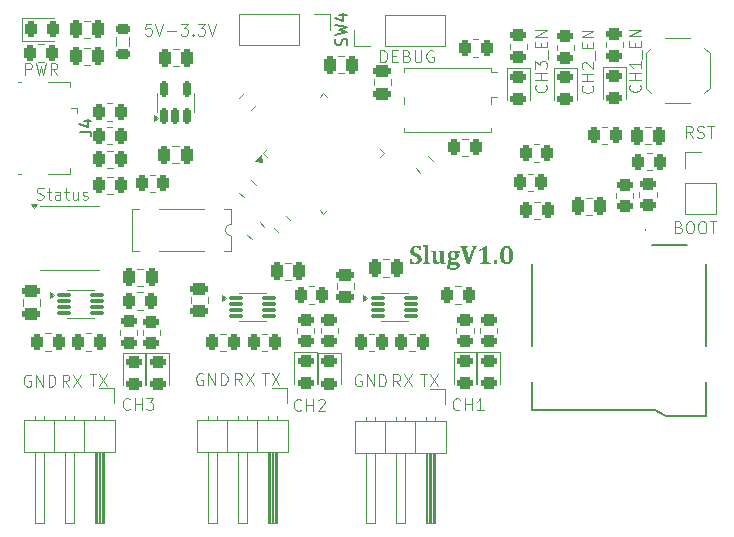
<source format=gto>
G04 #@! TF.GenerationSoftware,KiCad,Pcbnew,8.0.7*
G04 #@! TF.CreationDate,2025-03-03T01:54:19+02:00*
G04 #@! TF.ProjectId,slug_v1_0,736c7567-5f76-4315-9f30-2e6b69636164,rev?*
G04 #@! TF.SameCoordinates,Original*
G04 #@! TF.FileFunction,Legend,Top*
G04 #@! TF.FilePolarity,Positive*
%FSLAX46Y46*%
G04 Gerber Fmt 4.6, Leading zero omitted, Abs format (unit mm)*
G04 Created by KiCad (PCBNEW 8.0.7) date 2025-03-03 01:54:19*
%MOMM*%
%LPD*%
G01*
G04 APERTURE LIST*
G04 Aperture macros list*
%AMRoundRect*
0 Rectangle with rounded corners*
0 $1 Rounding radius*
0 $2 $3 $4 $5 $6 $7 $8 $9 X,Y pos of 4 corners*
0 Add a 4 corners polygon primitive as box body*
4,1,4,$2,$3,$4,$5,$6,$7,$8,$9,$2,$3,0*
0 Add four circle primitives for the rounded corners*
1,1,$1+$1,$2,$3*
1,1,$1+$1,$4,$5*
1,1,$1+$1,$6,$7*
1,1,$1+$1,$8,$9*
0 Add four rect primitives between the rounded corners*
20,1,$1+$1,$2,$3,$4,$5,0*
20,1,$1+$1,$4,$5,$6,$7,0*
20,1,$1+$1,$6,$7,$8,$9,0*
20,1,$1+$1,$8,$9,$2,$3,0*%
G04 Aperture macros list end*
%ADD10C,0.100000*%
%ADD11C,0.300000*%
%ADD12C,0.150000*%
%ADD13C,0.120000*%
%ADD14C,0.200000*%
%ADD15R,1.700000X1.700000*%
%ADD16O,1.700000X1.700000*%
%ADD17R,1.350000X0.400000*%
%ADD18O,1.900000X1.200000*%
%ADD19R,1.900000X1.200000*%
%ADD20C,1.450000*%
%ADD21R,1.900000X1.500000*%
%ADD22RoundRect,0.250000X-0.262500X-0.450000X0.262500X-0.450000X0.262500X0.450000X-0.262500X0.450000X0*%
%ADD23RoundRect,0.218750X0.381250X-0.218750X0.381250X0.218750X-0.381250X0.218750X-0.381250X-0.218750X0*%
%ADD24RoundRect,0.243750X-0.243750X-0.456250X0.243750X-0.456250X0.243750X0.456250X-0.243750X0.456250X0*%
%ADD25RoundRect,0.250000X-0.250000X-0.475000X0.250000X-0.475000X0.250000X0.475000X-0.250000X0.475000X0*%
%ADD26RoundRect,0.243750X-0.456250X0.243750X-0.456250X-0.243750X0.456250X-0.243750X0.456250X0.243750X0*%
%ADD27RoundRect,0.250000X0.512652X0.159099X0.159099X0.512652X-0.512652X-0.159099X-0.159099X-0.512652X0*%
%ADD28RoundRect,0.250000X0.450000X-0.262500X0.450000X0.262500X-0.450000X0.262500X-0.450000X-0.262500X0*%
%ADD29RoundRect,0.250000X0.250000X0.475000X-0.250000X0.475000X-0.250000X-0.475000X0.250000X-0.475000X0*%
%ADD30R,2.100000X1.700000*%
%ADD31RoundRect,0.087500X-0.537500X-0.087500X0.537500X-0.087500X0.537500X0.087500X-0.537500X0.087500X0*%
%ADD32RoundRect,0.150000X0.150000X-0.512500X0.150000X0.512500X-0.150000X0.512500X-0.150000X-0.512500X0*%
%ADD33RoundRect,0.250000X0.262500X0.450000X-0.262500X0.450000X-0.262500X-0.450000X0.262500X-0.450000X0*%
%ADD34RoundRect,0.250000X-0.512652X-0.159099X-0.159099X-0.512652X0.512652X0.159099X0.159099X0.512652X0*%
%ADD35RoundRect,0.250000X-0.159099X0.512652X-0.512652X0.159099X0.159099X-0.512652X0.512652X-0.159099X0*%
%ADD36R,1.200000X2.200000*%
%ADD37R,1.600000X1.400000*%
%ADD38R,1.200000X1.400000*%
%ADD39R,0.700000X1.600000*%
%ADD40C,1.000000*%
%ADD41RoundRect,0.250000X0.475000X-0.250000X0.475000X0.250000X-0.475000X0.250000X-0.475000X-0.250000X0*%
%ADD42R,2.000000X1.100000*%
%ADD43R,1.100000X1.800000*%
%ADD44RoundRect,0.250000X-0.475000X0.250000X-0.475000X-0.250000X0.475000X-0.250000X0.475000X0.250000X0*%
%ADD45R,1.300000X1.900000*%
%ADD46RoundRect,0.075000X-0.415425X-0.521491X0.521491X0.415425X0.415425X0.521491X-0.521491X-0.415425X0*%
%ADD47RoundRect,0.075000X0.415425X-0.521491X0.521491X-0.415425X-0.415425X0.521491X-0.521491X0.415425X0*%
G04 APERTURE END LIST*
D10*
X95495312Y-131732419D02*
X95161979Y-131256228D01*
X94923884Y-131732419D02*
X94923884Y-130732419D01*
X94923884Y-130732419D02*
X95304836Y-130732419D01*
X95304836Y-130732419D02*
X95400074Y-130780038D01*
X95400074Y-130780038D02*
X95447693Y-130827657D01*
X95447693Y-130827657D02*
X95495312Y-130922895D01*
X95495312Y-130922895D02*
X95495312Y-131065752D01*
X95495312Y-131065752D02*
X95447693Y-131160990D01*
X95447693Y-131160990D02*
X95400074Y-131208609D01*
X95400074Y-131208609D02*
X95304836Y-131256228D01*
X95304836Y-131256228D02*
X94923884Y-131256228D01*
X95828646Y-130732419D02*
X96495312Y-131732419D01*
X96495312Y-130732419D02*
X95828646Y-131732419D01*
X64207693Y-130800038D02*
X64112455Y-130752419D01*
X64112455Y-130752419D02*
X63969598Y-130752419D01*
X63969598Y-130752419D02*
X63826741Y-130800038D01*
X63826741Y-130800038D02*
X63731503Y-130895276D01*
X63731503Y-130895276D02*
X63683884Y-130990514D01*
X63683884Y-130990514D02*
X63636265Y-131180990D01*
X63636265Y-131180990D02*
X63636265Y-131323847D01*
X63636265Y-131323847D02*
X63683884Y-131514323D01*
X63683884Y-131514323D02*
X63731503Y-131609561D01*
X63731503Y-131609561D02*
X63826741Y-131704800D01*
X63826741Y-131704800D02*
X63969598Y-131752419D01*
X63969598Y-131752419D02*
X64064836Y-131752419D01*
X64064836Y-131752419D02*
X64207693Y-131704800D01*
X64207693Y-131704800D02*
X64255312Y-131657180D01*
X64255312Y-131657180D02*
X64255312Y-131323847D01*
X64255312Y-131323847D02*
X64064836Y-131323847D01*
X64683884Y-131752419D02*
X64683884Y-130752419D01*
X64683884Y-130752419D02*
X65255312Y-131752419D01*
X65255312Y-131752419D02*
X65255312Y-130752419D01*
X65731503Y-131752419D02*
X65731503Y-130752419D01*
X65731503Y-130752419D02*
X65969598Y-130752419D01*
X65969598Y-130752419D02*
X66112455Y-130800038D01*
X66112455Y-130800038D02*
X66207693Y-130895276D01*
X66207693Y-130895276D02*
X66255312Y-130990514D01*
X66255312Y-130990514D02*
X66302931Y-131180990D01*
X66302931Y-131180990D02*
X66302931Y-131323847D01*
X66302931Y-131323847D02*
X66255312Y-131514323D01*
X66255312Y-131514323D02*
X66207693Y-131609561D01*
X66207693Y-131609561D02*
X66112455Y-131704800D01*
X66112455Y-131704800D02*
X65969598Y-131752419D01*
X65969598Y-131752419D02*
X65731503Y-131752419D01*
X115797180Y-106194687D02*
X115844800Y-106242306D01*
X115844800Y-106242306D02*
X115892419Y-106385163D01*
X115892419Y-106385163D02*
X115892419Y-106480401D01*
X115892419Y-106480401D02*
X115844800Y-106623258D01*
X115844800Y-106623258D02*
X115749561Y-106718496D01*
X115749561Y-106718496D02*
X115654323Y-106766115D01*
X115654323Y-106766115D02*
X115463847Y-106813734D01*
X115463847Y-106813734D02*
X115320990Y-106813734D01*
X115320990Y-106813734D02*
X115130514Y-106766115D01*
X115130514Y-106766115D02*
X115035276Y-106718496D01*
X115035276Y-106718496D02*
X114940038Y-106623258D01*
X114940038Y-106623258D02*
X114892419Y-106480401D01*
X114892419Y-106480401D02*
X114892419Y-106385163D01*
X114892419Y-106385163D02*
X114940038Y-106242306D01*
X114940038Y-106242306D02*
X114987657Y-106194687D01*
X115892419Y-105766115D02*
X114892419Y-105766115D01*
X115368609Y-105766115D02*
X115368609Y-105194687D01*
X115892419Y-105194687D02*
X114892419Y-105194687D01*
X115892419Y-104194687D02*
X115892419Y-104766115D01*
X115892419Y-104480401D02*
X114892419Y-104480401D01*
X114892419Y-104480401D02*
X115035276Y-104575639D01*
X115035276Y-104575639D02*
X115130514Y-104670877D01*
X115130514Y-104670877D02*
X115178133Y-104766115D01*
X115987657Y-104004211D02*
X115987657Y-103242306D01*
X115368609Y-103004210D02*
X115368609Y-102670877D01*
X115892419Y-102528020D02*
X115892419Y-103004210D01*
X115892419Y-103004210D02*
X114892419Y-103004210D01*
X114892419Y-103004210D02*
X114892419Y-102528020D01*
X115892419Y-102099448D02*
X114892419Y-102099448D01*
X114892419Y-102099448D02*
X115892419Y-101528020D01*
X115892419Y-101528020D02*
X114892419Y-101528020D01*
X87125312Y-133717180D02*
X87077693Y-133764800D01*
X87077693Y-133764800D02*
X86934836Y-133812419D01*
X86934836Y-133812419D02*
X86839598Y-133812419D01*
X86839598Y-133812419D02*
X86696741Y-133764800D01*
X86696741Y-133764800D02*
X86601503Y-133669561D01*
X86601503Y-133669561D02*
X86553884Y-133574323D01*
X86553884Y-133574323D02*
X86506265Y-133383847D01*
X86506265Y-133383847D02*
X86506265Y-133240990D01*
X86506265Y-133240990D02*
X86553884Y-133050514D01*
X86553884Y-133050514D02*
X86601503Y-132955276D01*
X86601503Y-132955276D02*
X86696741Y-132860038D01*
X86696741Y-132860038D02*
X86839598Y-132812419D01*
X86839598Y-132812419D02*
X86934836Y-132812419D01*
X86934836Y-132812419D02*
X87077693Y-132860038D01*
X87077693Y-132860038D02*
X87125312Y-132907657D01*
X87553884Y-133812419D02*
X87553884Y-132812419D01*
X87553884Y-133288609D02*
X88125312Y-133288609D01*
X88125312Y-133812419D02*
X88125312Y-132812419D01*
X88553884Y-132907657D02*
X88601503Y-132860038D01*
X88601503Y-132860038D02*
X88696741Y-132812419D01*
X88696741Y-132812419D02*
X88934836Y-132812419D01*
X88934836Y-132812419D02*
X89030074Y-132860038D01*
X89030074Y-132860038D02*
X89077693Y-132907657D01*
X89077693Y-132907657D02*
X89125312Y-133002895D01*
X89125312Y-133002895D02*
X89125312Y-133098133D01*
X89125312Y-133098133D02*
X89077693Y-133240990D01*
X89077693Y-133240990D02*
X88506265Y-133812419D01*
X88506265Y-133812419D02*
X89125312Y-133812419D01*
X100565312Y-133667180D02*
X100517693Y-133714800D01*
X100517693Y-133714800D02*
X100374836Y-133762419D01*
X100374836Y-133762419D02*
X100279598Y-133762419D01*
X100279598Y-133762419D02*
X100136741Y-133714800D01*
X100136741Y-133714800D02*
X100041503Y-133619561D01*
X100041503Y-133619561D02*
X99993884Y-133524323D01*
X99993884Y-133524323D02*
X99946265Y-133333847D01*
X99946265Y-133333847D02*
X99946265Y-133190990D01*
X99946265Y-133190990D02*
X99993884Y-133000514D01*
X99993884Y-133000514D02*
X100041503Y-132905276D01*
X100041503Y-132905276D02*
X100136741Y-132810038D01*
X100136741Y-132810038D02*
X100279598Y-132762419D01*
X100279598Y-132762419D02*
X100374836Y-132762419D01*
X100374836Y-132762419D02*
X100517693Y-132810038D01*
X100517693Y-132810038D02*
X100565312Y-132857657D01*
X100993884Y-133762419D02*
X100993884Y-132762419D01*
X100993884Y-133238609D02*
X101565312Y-133238609D01*
X101565312Y-133762419D02*
X101565312Y-132762419D01*
X102565312Y-133762419D02*
X101993884Y-133762419D01*
X102279598Y-133762419D02*
X102279598Y-132762419D01*
X102279598Y-132762419D02*
X102184360Y-132905276D01*
X102184360Y-132905276D02*
X102089122Y-133000514D01*
X102089122Y-133000514D02*
X101993884Y-133048133D01*
X64736265Y-115874800D02*
X64879122Y-115922419D01*
X64879122Y-115922419D02*
X65117217Y-115922419D01*
X65117217Y-115922419D02*
X65212455Y-115874800D01*
X65212455Y-115874800D02*
X65260074Y-115827180D01*
X65260074Y-115827180D02*
X65307693Y-115731942D01*
X65307693Y-115731942D02*
X65307693Y-115636704D01*
X65307693Y-115636704D02*
X65260074Y-115541466D01*
X65260074Y-115541466D02*
X65212455Y-115493847D01*
X65212455Y-115493847D02*
X65117217Y-115446228D01*
X65117217Y-115446228D02*
X64926741Y-115398609D01*
X64926741Y-115398609D02*
X64831503Y-115350990D01*
X64831503Y-115350990D02*
X64783884Y-115303371D01*
X64783884Y-115303371D02*
X64736265Y-115208133D01*
X64736265Y-115208133D02*
X64736265Y-115112895D01*
X64736265Y-115112895D02*
X64783884Y-115017657D01*
X64783884Y-115017657D02*
X64831503Y-114970038D01*
X64831503Y-114970038D02*
X64926741Y-114922419D01*
X64926741Y-114922419D02*
X65164836Y-114922419D01*
X65164836Y-114922419D02*
X65307693Y-114970038D01*
X65593408Y-115255752D02*
X65974360Y-115255752D01*
X65736265Y-114922419D02*
X65736265Y-115779561D01*
X65736265Y-115779561D02*
X65783884Y-115874800D01*
X65783884Y-115874800D02*
X65879122Y-115922419D01*
X65879122Y-115922419D02*
X65974360Y-115922419D01*
X66736265Y-115922419D02*
X66736265Y-115398609D01*
X66736265Y-115398609D02*
X66688646Y-115303371D01*
X66688646Y-115303371D02*
X66593408Y-115255752D01*
X66593408Y-115255752D02*
X66402932Y-115255752D01*
X66402932Y-115255752D02*
X66307694Y-115303371D01*
X66736265Y-115874800D02*
X66641027Y-115922419D01*
X66641027Y-115922419D02*
X66402932Y-115922419D01*
X66402932Y-115922419D02*
X66307694Y-115874800D01*
X66307694Y-115874800D02*
X66260075Y-115779561D01*
X66260075Y-115779561D02*
X66260075Y-115684323D01*
X66260075Y-115684323D02*
X66307694Y-115589085D01*
X66307694Y-115589085D02*
X66402932Y-115541466D01*
X66402932Y-115541466D02*
X66641027Y-115541466D01*
X66641027Y-115541466D02*
X66736265Y-115493847D01*
X67069599Y-115255752D02*
X67450551Y-115255752D01*
X67212456Y-114922419D02*
X67212456Y-115779561D01*
X67212456Y-115779561D02*
X67260075Y-115874800D01*
X67260075Y-115874800D02*
X67355313Y-115922419D01*
X67355313Y-115922419D02*
X67450551Y-115922419D01*
X68212456Y-115255752D02*
X68212456Y-115922419D01*
X67783885Y-115255752D02*
X67783885Y-115779561D01*
X67783885Y-115779561D02*
X67831504Y-115874800D01*
X67831504Y-115874800D02*
X67926742Y-115922419D01*
X67926742Y-115922419D02*
X68069599Y-115922419D01*
X68069599Y-115922419D02*
X68164837Y-115874800D01*
X68164837Y-115874800D02*
X68212456Y-115827180D01*
X68641028Y-115874800D02*
X68736266Y-115922419D01*
X68736266Y-115922419D02*
X68926742Y-115922419D01*
X68926742Y-115922419D02*
X69021980Y-115874800D01*
X69021980Y-115874800D02*
X69069599Y-115779561D01*
X69069599Y-115779561D02*
X69069599Y-115731942D01*
X69069599Y-115731942D02*
X69021980Y-115636704D01*
X69021980Y-115636704D02*
X68926742Y-115589085D01*
X68926742Y-115589085D02*
X68783885Y-115589085D01*
X68783885Y-115589085D02*
X68688647Y-115541466D01*
X68688647Y-115541466D02*
X68641028Y-115446228D01*
X68641028Y-115446228D02*
X68641028Y-115398609D01*
X68641028Y-115398609D02*
X68688647Y-115303371D01*
X68688647Y-115303371D02*
X68783885Y-115255752D01*
X68783885Y-115255752D02*
X68926742Y-115255752D01*
X68926742Y-115255752D02*
X69021980Y-115303371D01*
X78797693Y-130680038D02*
X78702455Y-130632419D01*
X78702455Y-130632419D02*
X78559598Y-130632419D01*
X78559598Y-130632419D02*
X78416741Y-130680038D01*
X78416741Y-130680038D02*
X78321503Y-130775276D01*
X78321503Y-130775276D02*
X78273884Y-130870514D01*
X78273884Y-130870514D02*
X78226265Y-131060990D01*
X78226265Y-131060990D02*
X78226265Y-131203847D01*
X78226265Y-131203847D02*
X78273884Y-131394323D01*
X78273884Y-131394323D02*
X78321503Y-131489561D01*
X78321503Y-131489561D02*
X78416741Y-131584800D01*
X78416741Y-131584800D02*
X78559598Y-131632419D01*
X78559598Y-131632419D02*
X78654836Y-131632419D01*
X78654836Y-131632419D02*
X78797693Y-131584800D01*
X78797693Y-131584800D02*
X78845312Y-131537180D01*
X78845312Y-131537180D02*
X78845312Y-131203847D01*
X78845312Y-131203847D02*
X78654836Y-131203847D01*
X79273884Y-131632419D02*
X79273884Y-130632419D01*
X79273884Y-130632419D02*
X79845312Y-131632419D01*
X79845312Y-131632419D02*
X79845312Y-130632419D01*
X80321503Y-131632419D02*
X80321503Y-130632419D01*
X80321503Y-130632419D02*
X80559598Y-130632419D01*
X80559598Y-130632419D02*
X80702455Y-130680038D01*
X80702455Y-130680038D02*
X80797693Y-130775276D01*
X80797693Y-130775276D02*
X80845312Y-130870514D01*
X80845312Y-130870514D02*
X80892931Y-131060990D01*
X80892931Y-131060990D02*
X80892931Y-131203847D01*
X80892931Y-131203847D02*
X80845312Y-131394323D01*
X80845312Y-131394323D02*
X80797693Y-131489561D01*
X80797693Y-131489561D02*
X80702455Y-131584800D01*
X80702455Y-131584800D02*
X80559598Y-131632419D01*
X80559598Y-131632419D02*
X80321503Y-131632419D01*
X93823884Y-104282419D02*
X93823884Y-103282419D01*
X93823884Y-103282419D02*
X94061979Y-103282419D01*
X94061979Y-103282419D02*
X94204836Y-103330038D01*
X94204836Y-103330038D02*
X94300074Y-103425276D01*
X94300074Y-103425276D02*
X94347693Y-103520514D01*
X94347693Y-103520514D02*
X94395312Y-103710990D01*
X94395312Y-103710990D02*
X94395312Y-103853847D01*
X94395312Y-103853847D02*
X94347693Y-104044323D01*
X94347693Y-104044323D02*
X94300074Y-104139561D01*
X94300074Y-104139561D02*
X94204836Y-104234800D01*
X94204836Y-104234800D02*
X94061979Y-104282419D01*
X94061979Y-104282419D02*
X93823884Y-104282419D01*
X94823884Y-103758609D02*
X95157217Y-103758609D01*
X95300074Y-104282419D02*
X94823884Y-104282419D01*
X94823884Y-104282419D02*
X94823884Y-103282419D01*
X94823884Y-103282419D02*
X95300074Y-103282419D01*
X96061979Y-103758609D02*
X96204836Y-103806228D01*
X96204836Y-103806228D02*
X96252455Y-103853847D01*
X96252455Y-103853847D02*
X96300074Y-103949085D01*
X96300074Y-103949085D02*
X96300074Y-104091942D01*
X96300074Y-104091942D02*
X96252455Y-104187180D01*
X96252455Y-104187180D02*
X96204836Y-104234800D01*
X96204836Y-104234800D02*
X96109598Y-104282419D01*
X96109598Y-104282419D02*
X95728646Y-104282419D01*
X95728646Y-104282419D02*
X95728646Y-103282419D01*
X95728646Y-103282419D02*
X96061979Y-103282419D01*
X96061979Y-103282419D02*
X96157217Y-103330038D01*
X96157217Y-103330038D02*
X96204836Y-103377657D01*
X96204836Y-103377657D02*
X96252455Y-103472895D01*
X96252455Y-103472895D02*
X96252455Y-103568133D01*
X96252455Y-103568133D02*
X96204836Y-103663371D01*
X96204836Y-103663371D02*
X96157217Y-103710990D01*
X96157217Y-103710990D02*
X96061979Y-103758609D01*
X96061979Y-103758609D02*
X95728646Y-103758609D01*
X96728646Y-103282419D02*
X96728646Y-104091942D01*
X96728646Y-104091942D02*
X96776265Y-104187180D01*
X96776265Y-104187180D02*
X96823884Y-104234800D01*
X96823884Y-104234800D02*
X96919122Y-104282419D01*
X96919122Y-104282419D02*
X97109598Y-104282419D01*
X97109598Y-104282419D02*
X97204836Y-104234800D01*
X97204836Y-104234800D02*
X97252455Y-104187180D01*
X97252455Y-104187180D02*
X97300074Y-104091942D01*
X97300074Y-104091942D02*
X97300074Y-103282419D01*
X98300074Y-103330038D02*
X98204836Y-103282419D01*
X98204836Y-103282419D02*
X98061979Y-103282419D01*
X98061979Y-103282419D02*
X97919122Y-103330038D01*
X97919122Y-103330038D02*
X97823884Y-103425276D01*
X97823884Y-103425276D02*
X97776265Y-103520514D01*
X97776265Y-103520514D02*
X97728646Y-103710990D01*
X97728646Y-103710990D02*
X97728646Y-103853847D01*
X97728646Y-103853847D02*
X97776265Y-104044323D01*
X97776265Y-104044323D02*
X97823884Y-104139561D01*
X97823884Y-104139561D02*
X97919122Y-104234800D01*
X97919122Y-104234800D02*
X98061979Y-104282419D01*
X98061979Y-104282419D02*
X98157217Y-104282419D01*
X98157217Y-104282419D02*
X98300074Y-104234800D01*
X98300074Y-104234800D02*
X98347693Y-104187180D01*
X98347693Y-104187180D02*
X98347693Y-103853847D01*
X98347693Y-103853847D02*
X98157217Y-103853847D01*
X119087217Y-118248609D02*
X119230074Y-118296228D01*
X119230074Y-118296228D02*
X119277693Y-118343847D01*
X119277693Y-118343847D02*
X119325312Y-118439085D01*
X119325312Y-118439085D02*
X119325312Y-118581942D01*
X119325312Y-118581942D02*
X119277693Y-118677180D01*
X119277693Y-118677180D02*
X119230074Y-118724800D01*
X119230074Y-118724800D02*
X119134836Y-118772419D01*
X119134836Y-118772419D02*
X118753884Y-118772419D01*
X118753884Y-118772419D02*
X118753884Y-117772419D01*
X118753884Y-117772419D02*
X119087217Y-117772419D01*
X119087217Y-117772419D02*
X119182455Y-117820038D01*
X119182455Y-117820038D02*
X119230074Y-117867657D01*
X119230074Y-117867657D02*
X119277693Y-117962895D01*
X119277693Y-117962895D02*
X119277693Y-118058133D01*
X119277693Y-118058133D02*
X119230074Y-118153371D01*
X119230074Y-118153371D02*
X119182455Y-118200990D01*
X119182455Y-118200990D02*
X119087217Y-118248609D01*
X119087217Y-118248609D02*
X118753884Y-118248609D01*
X119944360Y-117772419D02*
X120134836Y-117772419D01*
X120134836Y-117772419D02*
X120230074Y-117820038D01*
X120230074Y-117820038D02*
X120325312Y-117915276D01*
X120325312Y-117915276D02*
X120372931Y-118105752D01*
X120372931Y-118105752D02*
X120372931Y-118439085D01*
X120372931Y-118439085D02*
X120325312Y-118629561D01*
X120325312Y-118629561D02*
X120230074Y-118724800D01*
X120230074Y-118724800D02*
X120134836Y-118772419D01*
X120134836Y-118772419D02*
X119944360Y-118772419D01*
X119944360Y-118772419D02*
X119849122Y-118724800D01*
X119849122Y-118724800D02*
X119753884Y-118629561D01*
X119753884Y-118629561D02*
X119706265Y-118439085D01*
X119706265Y-118439085D02*
X119706265Y-118105752D01*
X119706265Y-118105752D02*
X119753884Y-117915276D01*
X119753884Y-117915276D02*
X119849122Y-117820038D01*
X119849122Y-117820038D02*
X119944360Y-117772419D01*
X120991979Y-117772419D02*
X121182455Y-117772419D01*
X121182455Y-117772419D02*
X121277693Y-117820038D01*
X121277693Y-117820038D02*
X121372931Y-117915276D01*
X121372931Y-117915276D02*
X121420550Y-118105752D01*
X121420550Y-118105752D02*
X121420550Y-118439085D01*
X121420550Y-118439085D02*
X121372931Y-118629561D01*
X121372931Y-118629561D02*
X121277693Y-118724800D01*
X121277693Y-118724800D02*
X121182455Y-118772419D01*
X121182455Y-118772419D02*
X120991979Y-118772419D01*
X120991979Y-118772419D02*
X120896741Y-118724800D01*
X120896741Y-118724800D02*
X120801503Y-118629561D01*
X120801503Y-118629561D02*
X120753884Y-118439085D01*
X120753884Y-118439085D02*
X120753884Y-118105752D01*
X120753884Y-118105752D02*
X120801503Y-117915276D01*
X120801503Y-117915276D02*
X120896741Y-117820038D01*
X120896741Y-117820038D02*
X120991979Y-117772419D01*
X121706265Y-117772419D02*
X122277693Y-117772419D01*
X121991979Y-118772419D02*
X121991979Y-117772419D01*
X74440074Y-101032419D02*
X73963884Y-101032419D01*
X73963884Y-101032419D02*
X73916265Y-101508609D01*
X73916265Y-101508609D02*
X73963884Y-101460990D01*
X73963884Y-101460990D02*
X74059122Y-101413371D01*
X74059122Y-101413371D02*
X74297217Y-101413371D01*
X74297217Y-101413371D02*
X74392455Y-101460990D01*
X74392455Y-101460990D02*
X74440074Y-101508609D01*
X74440074Y-101508609D02*
X74487693Y-101603847D01*
X74487693Y-101603847D02*
X74487693Y-101841942D01*
X74487693Y-101841942D02*
X74440074Y-101937180D01*
X74440074Y-101937180D02*
X74392455Y-101984800D01*
X74392455Y-101984800D02*
X74297217Y-102032419D01*
X74297217Y-102032419D02*
X74059122Y-102032419D01*
X74059122Y-102032419D02*
X73963884Y-101984800D01*
X73963884Y-101984800D02*
X73916265Y-101937180D01*
X74773408Y-101032419D02*
X75106741Y-102032419D01*
X75106741Y-102032419D02*
X75440074Y-101032419D01*
X75773408Y-101651466D02*
X76535313Y-101651466D01*
X76916265Y-101032419D02*
X77535312Y-101032419D01*
X77535312Y-101032419D02*
X77201979Y-101413371D01*
X77201979Y-101413371D02*
X77344836Y-101413371D01*
X77344836Y-101413371D02*
X77440074Y-101460990D01*
X77440074Y-101460990D02*
X77487693Y-101508609D01*
X77487693Y-101508609D02*
X77535312Y-101603847D01*
X77535312Y-101603847D02*
X77535312Y-101841942D01*
X77535312Y-101841942D02*
X77487693Y-101937180D01*
X77487693Y-101937180D02*
X77440074Y-101984800D01*
X77440074Y-101984800D02*
X77344836Y-102032419D01*
X77344836Y-102032419D02*
X77059122Y-102032419D01*
X77059122Y-102032419D02*
X76963884Y-101984800D01*
X76963884Y-101984800D02*
X76916265Y-101937180D01*
X77963884Y-101937180D02*
X78011503Y-101984800D01*
X78011503Y-101984800D02*
X77963884Y-102032419D01*
X77963884Y-102032419D02*
X77916265Y-101984800D01*
X77916265Y-101984800D02*
X77963884Y-101937180D01*
X77963884Y-101937180D02*
X77963884Y-102032419D01*
X78344836Y-101032419D02*
X78963883Y-101032419D01*
X78963883Y-101032419D02*
X78630550Y-101413371D01*
X78630550Y-101413371D02*
X78773407Y-101413371D01*
X78773407Y-101413371D02*
X78868645Y-101460990D01*
X78868645Y-101460990D02*
X78916264Y-101508609D01*
X78916264Y-101508609D02*
X78963883Y-101603847D01*
X78963883Y-101603847D02*
X78963883Y-101841942D01*
X78963883Y-101841942D02*
X78916264Y-101937180D01*
X78916264Y-101937180D02*
X78868645Y-101984800D01*
X78868645Y-101984800D02*
X78773407Y-102032419D01*
X78773407Y-102032419D02*
X78487693Y-102032419D01*
X78487693Y-102032419D02*
X78392455Y-101984800D01*
X78392455Y-101984800D02*
X78344836Y-101937180D01*
X79249598Y-101032419D02*
X79582931Y-102032419D01*
X79582931Y-102032419D02*
X79916264Y-101032419D01*
X67495312Y-131752419D02*
X67161979Y-131276228D01*
X66923884Y-131752419D02*
X66923884Y-130752419D01*
X66923884Y-130752419D02*
X67304836Y-130752419D01*
X67304836Y-130752419D02*
X67400074Y-130800038D01*
X67400074Y-130800038D02*
X67447693Y-130847657D01*
X67447693Y-130847657D02*
X67495312Y-130942895D01*
X67495312Y-130942895D02*
X67495312Y-131085752D01*
X67495312Y-131085752D02*
X67447693Y-131180990D01*
X67447693Y-131180990D02*
X67400074Y-131228609D01*
X67400074Y-131228609D02*
X67304836Y-131276228D01*
X67304836Y-131276228D02*
X66923884Y-131276228D01*
X67828646Y-130752419D02*
X68495312Y-131752419D01*
X68495312Y-130752419D02*
X67828646Y-131752419D01*
X83801027Y-130612419D02*
X84372455Y-130612419D01*
X84086741Y-131612419D02*
X84086741Y-130612419D01*
X84610551Y-130612419D02*
X85277217Y-131612419D01*
X85277217Y-130612419D02*
X84610551Y-131612419D01*
X72615312Y-133627180D02*
X72567693Y-133674800D01*
X72567693Y-133674800D02*
X72424836Y-133722419D01*
X72424836Y-133722419D02*
X72329598Y-133722419D01*
X72329598Y-133722419D02*
X72186741Y-133674800D01*
X72186741Y-133674800D02*
X72091503Y-133579561D01*
X72091503Y-133579561D02*
X72043884Y-133484323D01*
X72043884Y-133484323D02*
X71996265Y-133293847D01*
X71996265Y-133293847D02*
X71996265Y-133150990D01*
X71996265Y-133150990D02*
X72043884Y-132960514D01*
X72043884Y-132960514D02*
X72091503Y-132865276D01*
X72091503Y-132865276D02*
X72186741Y-132770038D01*
X72186741Y-132770038D02*
X72329598Y-132722419D01*
X72329598Y-132722419D02*
X72424836Y-132722419D01*
X72424836Y-132722419D02*
X72567693Y-132770038D01*
X72567693Y-132770038D02*
X72615312Y-132817657D01*
X73043884Y-133722419D02*
X73043884Y-132722419D01*
X73043884Y-133198609D02*
X73615312Y-133198609D01*
X73615312Y-133722419D02*
X73615312Y-132722419D01*
X73996265Y-132722419D02*
X74615312Y-132722419D01*
X74615312Y-132722419D02*
X74281979Y-133103371D01*
X74281979Y-133103371D02*
X74424836Y-133103371D01*
X74424836Y-133103371D02*
X74520074Y-133150990D01*
X74520074Y-133150990D02*
X74567693Y-133198609D01*
X74567693Y-133198609D02*
X74615312Y-133293847D01*
X74615312Y-133293847D02*
X74615312Y-133531942D01*
X74615312Y-133531942D02*
X74567693Y-133627180D01*
X74567693Y-133627180D02*
X74520074Y-133674800D01*
X74520074Y-133674800D02*
X74424836Y-133722419D01*
X74424836Y-133722419D02*
X74139122Y-133722419D01*
X74139122Y-133722419D02*
X74043884Y-133674800D01*
X74043884Y-133674800D02*
X73996265Y-133627180D01*
X107837180Y-106214687D02*
X107884800Y-106262306D01*
X107884800Y-106262306D02*
X107932419Y-106405163D01*
X107932419Y-106405163D02*
X107932419Y-106500401D01*
X107932419Y-106500401D02*
X107884800Y-106643258D01*
X107884800Y-106643258D02*
X107789561Y-106738496D01*
X107789561Y-106738496D02*
X107694323Y-106786115D01*
X107694323Y-106786115D02*
X107503847Y-106833734D01*
X107503847Y-106833734D02*
X107360990Y-106833734D01*
X107360990Y-106833734D02*
X107170514Y-106786115D01*
X107170514Y-106786115D02*
X107075276Y-106738496D01*
X107075276Y-106738496D02*
X106980038Y-106643258D01*
X106980038Y-106643258D02*
X106932419Y-106500401D01*
X106932419Y-106500401D02*
X106932419Y-106405163D01*
X106932419Y-106405163D02*
X106980038Y-106262306D01*
X106980038Y-106262306D02*
X107027657Y-106214687D01*
X107932419Y-105786115D02*
X106932419Y-105786115D01*
X107408609Y-105786115D02*
X107408609Y-105214687D01*
X107932419Y-105214687D02*
X106932419Y-105214687D01*
X106932419Y-104833734D02*
X106932419Y-104214687D01*
X106932419Y-104214687D02*
X107313371Y-104548020D01*
X107313371Y-104548020D02*
X107313371Y-104405163D01*
X107313371Y-104405163D02*
X107360990Y-104309925D01*
X107360990Y-104309925D02*
X107408609Y-104262306D01*
X107408609Y-104262306D02*
X107503847Y-104214687D01*
X107503847Y-104214687D02*
X107741942Y-104214687D01*
X107741942Y-104214687D02*
X107837180Y-104262306D01*
X107837180Y-104262306D02*
X107884800Y-104309925D01*
X107884800Y-104309925D02*
X107932419Y-104405163D01*
X107932419Y-104405163D02*
X107932419Y-104690877D01*
X107932419Y-104690877D02*
X107884800Y-104786115D01*
X107884800Y-104786115D02*
X107837180Y-104833734D01*
X108027657Y-104024211D02*
X108027657Y-103262306D01*
X107408609Y-103024210D02*
X107408609Y-102690877D01*
X107932419Y-102548020D02*
X107932419Y-103024210D01*
X107932419Y-103024210D02*
X106932419Y-103024210D01*
X106932419Y-103024210D02*
X106932419Y-102548020D01*
X107932419Y-102119448D02*
X106932419Y-102119448D01*
X106932419Y-102119448D02*
X107932419Y-101548020D01*
X107932419Y-101548020D02*
X106932419Y-101548020D01*
X69211027Y-130732419D02*
X69782455Y-130732419D01*
X69496741Y-131732419D02*
X69496741Y-130732419D01*
X70020551Y-130732419D02*
X70687217Y-131732419D01*
X70687217Y-130732419D02*
X70020551Y-131732419D01*
X63763884Y-105362419D02*
X63763884Y-104362419D01*
X63763884Y-104362419D02*
X64144836Y-104362419D01*
X64144836Y-104362419D02*
X64240074Y-104410038D01*
X64240074Y-104410038D02*
X64287693Y-104457657D01*
X64287693Y-104457657D02*
X64335312Y-104552895D01*
X64335312Y-104552895D02*
X64335312Y-104695752D01*
X64335312Y-104695752D02*
X64287693Y-104790990D01*
X64287693Y-104790990D02*
X64240074Y-104838609D01*
X64240074Y-104838609D02*
X64144836Y-104886228D01*
X64144836Y-104886228D02*
X63763884Y-104886228D01*
X64668646Y-104362419D02*
X64906741Y-105362419D01*
X64906741Y-105362419D02*
X65097217Y-104648133D01*
X65097217Y-104648133D02*
X65287693Y-105362419D01*
X65287693Y-105362419D02*
X65525789Y-104362419D01*
X66478169Y-105362419D02*
X66144836Y-104886228D01*
X65906741Y-105362419D02*
X65906741Y-104362419D01*
X65906741Y-104362419D02*
X66287693Y-104362419D01*
X66287693Y-104362419D02*
X66382931Y-104410038D01*
X66382931Y-104410038D02*
X66430550Y-104457657D01*
X66430550Y-104457657D02*
X66478169Y-104552895D01*
X66478169Y-104552895D02*
X66478169Y-104695752D01*
X66478169Y-104695752D02*
X66430550Y-104790990D01*
X66430550Y-104790990D02*
X66382931Y-104838609D01*
X66382931Y-104838609D02*
X66287693Y-104886228D01*
X66287693Y-104886228D02*
X65906741Y-104886228D01*
X97211027Y-130712419D02*
X97782455Y-130712419D01*
X97496741Y-131712419D02*
X97496741Y-130712419D01*
X98020551Y-130712419D02*
X98687217Y-131712419D01*
X98687217Y-130712419D02*
X98020551Y-131712419D01*
X82085312Y-131632419D02*
X81751979Y-131156228D01*
X81513884Y-131632419D02*
X81513884Y-130632419D01*
X81513884Y-130632419D02*
X81894836Y-130632419D01*
X81894836Y-130632419D02*
X81990074Y-130680038D01*
X81990074Y-130680038D02*
X82037693Y-130727657D01*
X82037693Y-130727657D02*
X82085312Y-130822895D01*
X82085312Y-130822895D02*
X82085312Y-130965752D01*
X82085312Y-130965752D02*
X82037693Y-131060990D01*
X82037693Y-131060990D02*
X81990074Y-131108609D01*
X81990074Y-131108609D02*
X81894836Y-131156228D01*
X81894836Y-131156228D02*
X81513884Y-131156228D01*
X82418646Y-130632419D02*
X83085312Y-131632419D01*
X83085312Y-130632419D02*
X82418646Y-131632419D01*
X120265312Y-110702419D02*
X119931979Y-110226228D01*
X119693884Y-110702419D02*
X119693884Y-109702419D01*
X119693884Y-109702419D02*
X120074836Y-109702419D01*
X120074836Y-109702419D02*
X120170074Y-109750038D01*
X120170074Y-109750038D02*
X120217693Y-109797657D01*
X120217693Y-109797657D02*
X120265312Y-109892895D01*
X120265312Y-109892895D02*
X120265312Y-110035752D01*
X120265312Y-110035752D02*
X120217693Y-110130990D01*
X120217693Y-110130990D02*
X120170074Y-110178609D01*
X120170074Y-110178609D02*
X120074836Y-110226228D01*
X120074836Y-110226228D02*
X119693884Y-110226228D01*
X120646265Y-110654800D02*
X120789122Y-110702419D01*
X120789122Y-110702419D02*
X121027217Y-110702419D01*
X121027217Y-110702419D02*
X121122455Y-110654800D01*
X121122455Y-110654800D02*
X121170074Y-110607180D01*
X121170074Y-110607180D02*
X121217693Y-110511942D01*
X121217693Y-110511942D02*
X121217693Y-110416704D01*
X121217693Y-110416704D02*
X121170074Y-110321466D01*
X121170074Y-110321466D02*
X121122455Y-110273847D01*
X121122455Y-110273847D02*
X121027217Y-110226228D01*
X121027217Y-110226228D02*
X120836741Y-110178609D01*
X120836741Y-110178609D02*
X120741503Y-110130990D01*
X120741503Y-110130990D02*
X120693884Y-110083371D01*
X120693884Y-110083371D02*
X120646265Y-109988133D01*
X120646265Y-109988133D02*
X120646265Y-109892895D01*
X120646265Y-109892895D02*
X120693884Y-109797657D01*
X120693884Y-109797657D02*
X120741503Y-109750038D01*
X120741503Y-109750038D02*
X120836741Y-109702419D01*
X120836741Y-109702419D02*
X121074836Y-109702419D01*
X121074836Y-109702419D02*
X121217693Y-109750038D01*
X121503408Y-109702419D02*
X122074836Y-109702419D01*
X121789122Y-110702419D02*
X121789122Y-109702419D01*
D11*
G36*
X96483070Y-120982842D02*
G01*
X96503754Y-121062679D01*
X96534794Y-121134632D01*
X96574515Y-121189960D01*
X96642379Y-121236443D01*
X96718766Y-121255567D01*
X96763265Y-121257958D01*
X96842686Y-121248365D01*
X96879720Y-121235683D01*
X96943375Y-121188969D01*
X96962568Y-121162996D01*
X96990136Y-121086060D01*
X96993831Y-121037162D01*
X96983908Y-120957386D01*
X96968429Y-120916408D01*
X96922139Y-120851405D01*
X96887145Y-120819102D01*
X96820223Y-120771524D01*
X96749590Y-120730708D01*
X96731221Y-120721014D01*
X96659210Y-120682728D01*
X96589195Y-120640212D01*
X96576078Y-120631524D01*
X96511988Y-120582675D01*
X96458060Y-120529137D01*
X96410029Y-120462930D01*
X96382247Y-120406820D01*
X96361207Y-120331491D01*
X96355282Y-120257148D01*
X96361808Y-120176159D01*
X96384061Y-120096327D01*
X96422107Y-120026192D01*
X96475383Y-119966086D01*
X96542789Y-119916878D01*
X96616329Y-119881600D01*
X96690923Y-119857798D01*
X96771823Y-119841786D01*
X96859029Y-119833563D01*
X96910202Y-119832361D01*
X96988350Y-119834167D01*
X97069048Y-119840151D01*
X97096999Y-119843303D01*
X97179823Y-119855677D01*
X97258555Y-119871284D01*
X97300600Y-119880819D01*
X97300600Y-120207518D01*
X97150146Y-120207518D01*
X97128153Y-120130032D01*
X97096999Y-120062145D01*
X97044827Y-120001476D01*
X97016106Y-119982815D01*
X96937655Y-119959894D01*
X96894180Y-119957413D01*
X96813949Y-119968126D01*
X96781632Y-119980079D01*
X96717337Y-120028241D01*
X96703866Y-120046513D01*
X96677121Y-120123303D01*
X96675338Y-120153589D01*
X96685941Y-120231327D01*
X96699958Y-120266136D01*
X96750047Y-120330583D01*
X96783196Y-120359144D01*
X96849290Y-120404476D01*
X96918734Y-120444822D01*
X96952016Y-120462703D01*
X97023498Y-120502494D01*
X97092192Y-120546198D01*
X97154707Y-120593655D01*
X97164605Y-120602214D01*
X97221019Y-120659526D01*
X97266625Y-120725862D01*
X97279106Y-120750714D01*
X97304217Y-120826165D01*
X97314944Y-120905202D01*
X97315840Y-120937902D01*
X97309696Y-121019632D01*
X97288744Y-121101424D01*
X97252923Y-121174720D01*
X97203149Y-121238272D01*
X97139798Y-121290834D01*
X97070425Y-121329081D01*
X96992023Y-121357520D01*
X96915197Y-121374110D01*
X96832435Y-121382167D01*
X96793747Y-121383010D01*
X96715531Y-121381440D01*
X96635099Y-121376730D01*
X96560055Y-121369723D01*
X96478477Y-121359426D01*
X96400316Y-121346265D01*
X96332226Y-121331817D01*
X96332226Y-120982842D01*
X96483070Y-120982842D01*
G37*
G36*
X97894598Y-121039898D02*
G01*
X97895870Y-121119046D01*
X97901242Y-121184099D01*
X97928206Y-121247406D01*
X97997563Y-121283470D01*
X98004410Y-121285313D01*
X98004410Y-121358000D01*
X97465903Y-121358000D01*
X97465903Y-121285313D01*
X97517487Y-121267337D01*
X97546406Y-121243108D01*
X97564773Y-121208327D01*
X97574542Y-121149318D01*
X97576775Y-121070531D01*
X97576887Y-121041461D01*
X97576887Y-120189151D01*
X97576496Y-120107769D01*
X97575324Y-120051203D01*
X97568681Y-119976953D01*
X97551877Y-119928886D01*
X97519441Y-119899577D01*
X97452616Y-119880037D01*
X97452616Y-119807351D01*
X97757041Y-119782340D01*
X97894598Y-119782340D01*
X97894598Y-121039898D01*
G37*
G36*
X98148611Y-120257539D02*
G01*
X98576133Y-120257539D01*
X98576133Y-120875766D01*
X98577230Y-120955155D01*
X98581972Y-121036005D01*
X98582777Y-121043806D01*
X98599337Y-121120595D01*
X98607787Y-121139939D01*
X98653510Y-121191524D01*
X98722288Y-121207937D01*
X98799483Y-121187396D01*
X98807871Y-121182926D01*
X98870115Y-121130834D01*
X98884466Y-121111803D01*
X98914233Y-121036784D01*
X98915729Y-121014496D01*
X98915729Y-120580721D01*
X98914616Y-120501751D01*
X98912212Y-120458795D01*
X98899706Y-120396660D01*
X98870397Y-120359144D01*
X98805917Y-120330226D01*
X98805917Y-120257539D01*
X99234612Y-120257539D01*
X99234612Y-121034036D01*
X99235478Y-121114654D01*
X99237348Y-121157525D01*
X99249853Y-121219660D01*
X99281507Y-121257567D01*
X99355366Y-121283750D01*
X99355366Y-121358000D01*
X99056413Y-121358000D01*
X98923545Y-121358000D01*
X98933314Y-121214580D01*
X98920027Y-121211454D01*
X98858379Y-121265645D01*
X98795414Y-121312209D01*
X98737529Y-121345103D01*
X98662167Y-121372312D01*
X98581213Y-121382973D01*
X98576133Y-121383010D01*
X98495332Y-121376800D01*
X98417594Y-121353858D01*
X98389727Y-121338851D01*
X98329839Y-121284434D01*
X98291262Y-121214784D01*
X98289295Y-121209500D01*
X98269306Y-121131709D01*
X98260352Y-121052989D01*
X98258422Y-120988314D01*
X98258422Y-120579549D01*
X98257468Y-120499502D01*
X98256859Y-120483415D01*
X98251779Y-120431440D01*
X98242400Y-120397832D01*
X98225987Y-120370477D01*
X98197459Y-120348202D01*
X98148611Y-120330226D01*
X98148611Y-120257539D01*
G37*
G36*
X100072321Y-120237299D02*
G01*
X100091612Y-120240344D01*
X100170151Y-120256373D01*
X100175240Y-120257539D01*
X100572281Y-120257539D01*
X100572281Y-120407602D01*
X100384312Y-120386499D01*
X100379623Y-120397050D01*
X100424208Y-120462306D01*
X100430816Y-120478725D01*
X100448279Y-120555326D01*
X100451137Y-120609639D01*
X100445583Y-120690770D01*
X100425635Y-120772408D01*
X100385851Y-120850121D01*
X100335073Y-120906639D01*
X100270373Y-120950920D01*
X100191946Y-120982549D01*
X100112063Y-120999847D01*
X100021671Y-121007458D01*
X99993914Y-121007853D01*
X99912159Y-121004499D01*
X99834015Y-120992295D01*
X99816106Y-120987532D01*
X99768753Y-121053111D01*
X99761004Y-121095390D01*
X99774682Y-121146583D01*
X99821186Y-121173547D01*
X99900259Y-121182780D01*
X99914975Y-121182926D01*
X100187355Y-121182926D01*
X100273401Y-121187445D01*
X100356366Y-121203330D01*
X100431364Y-121234395D01*
X100462079Y-121255222D01*
X100514142Y-121314123D01*
X100544593Y-121391957D01*
X100553434Y-121469721D01*
X100553524Y-121479144D01*
X100544181Y-121563280D01*
X100516154Y-121638073D01*
X100487090Y-121682745D01*
X100429131Y-121741217D01*
X100361712Y-121784774D01*
X100296385Y-121813268D01*
X100214212Y-121836967D01*
X100132557Y-121850792D01*
X100053849Y-121857112D01*
X100001730Y-121858209D01*
X99919018Y-121856870D01*
X99835002Y-121852354D01*
X99776245Y-121846876D01*
X99698910Y-121834890D01*
X99621859Y-121813366D01*
X99603517Y-121806234D01*
X99533642Y-121765897D01*
X99493314Y-121724950D01*
X99459731Y-121649967D01*
X99454235Y-121594427D01*
X99456336Y-121584657D01*
X99710593Y-121584657D01*
X99732355Y-121663063D01*
X99779371Y-121705411D01*
X99854737Y-121732392D01*
X99935258Y-121742991D01*
X99996259Y-121744880D01*
X100076439Y-121740186D01*
X100155428Y-121722161D01*
X100206894Y-121696813D01*
X100260823Y-121639465D01*
X100278799Y-121562773D01*
X100265512Y-121496729D01*
X100213928Y-121451007D01*
X100134530Y-121433891D01*
X100105289Y-121433031D01*
X99916147Y-121433031D01*
X99837026Y-121431671D01*
X99790704Y-121428732D01*
X99737731Y-121486321D01*
X99730914Y-121497902D01*
X99710771Y-121575594D01*
X99710593Y-121584657D01*
X99456336Y-121584657D01*
X99471234Y-121515374D01*
X99493705Y-121477190D01*
X99552199Y-121419124D01*
X99605080Y-121385745D01*
X99549832Y-121330424D01*
X99537864Y-121309542D01*
X99518143Y-121230449D01*
X99517152Y-121204029D01*
X99531083Y-121124213D01*
X99538255Y-121107113D01*
X99582469Y-121039125D01*
X99595310Y-121025048D01*
X99654719Y-120970676D01*
X99688318Y-120943764D01*
X99621362Y-120894428D01*
X99570263Y-120833274D01*
X99558576Y-120813631D01*
X99528656Y-120737955D01*
X99515876Y-120658309D01*
X99514808Y-120625271D01*
X99515843Y-120611593D01*
X99830174Y-120611593D01*
X99833990Y-120693850D01*
X99848645Y-120773717D01*
X99869253Y-120824573D01*
X99927312Y-120881135D01*
X99991960Y-120894524D01*
X100069314Y-120871793D01*
X100107634Y-120830044D01*
X100136525Y-120754287D01*
X100146902Y-120672166D01*
X100147885Y-120632305D01*
X100144069Y-120551392D01*
X100129414Y-120471525D01*
X100108806Y-120419325D01*
X100051859Y-120359919D01*
X99989616Y-120345857D01*
X99911525Y-120366506D01*
X99869253Y-120411119D01*
X99841203Y-120487672D01*
X99831128Y-120571047D01*
X99830174Y-120611593D01*
X99515843Y-120611593D01*
X99520870Y-120545143D01*
X99542932Y-120465029D01*
X99551542Y-120445899D01*
X99595115Y-120377804D01*
X99652365Y-120323582D01*
X99722609Y-120282647D01*
X99798933Y-120255805D01*
X99804382Y-120254413D01*
X99883520Y-120239453D01*
X99961559Y-120233063D01*
X99992742Y-120232528D01*
X100072321Y-120237299D01*
G37*
G36*
X101621158Y-120216115D02*
G01*
X101644495Y-120139905D01*
X101646950Y-120129751D01*
X101656292Y-120050158D01*
X101656329Y-120044559D01*
X101633220Y-119968383D01*
X101628192Y-119962884D01*
X101556299Y-119931511D01*
X101542219Y-119930058D01*
X101542219Y-119857371D01*
X102015854Y-119857371D01*
X102015854Y-119930058D01*
X101944731Y-119957023D01*
X101891974Y-120014859D01*
X101855855Y-120089162D01*
X101836873Y-120137958D01*
X101376133Y-121358000D01*
X101122121Y-121358000D01*
X100759469Y-120133268D01*
X100734685Y-120056345D01*
X100718827Y-120017204D01*
X100675840Y-119961321D01*
X100602372Y-119930058D01*
X100602372Y-119857371D01*
X101210048Y-119857371D01*
X101210048Y-119930058D01*
X101134912Y-119954345D01*
X101125638Y-119961712D01*
X101098283Y-120032445D01*
X101104926Y-120103177D01*
X101123893Y-120181717D01*
X101132281Y-120212598D01*
X101349951Y-120996129D01*
X101621158Y-120216115D01*
G37*
G36*
X102881842Y-121050058D02*
G01*
X102885799Y-121128607D01*
X102888876Y-121146974D01*
X102913886Y-121200121D01*
X102966252Y-121232166D01*
X103045455Y-121248950D01*
X103051835Y-121249751D01*
X103134021Y-121255930D01*
X103188220Y-121257958D01*
X103188220Y-121358000D01*
X102239776Y-121358000D01*
X102239776Y-121257958D01*
X102321439Y-121253305D01*
X102399890Y-121245391D01*
X102414068Y-121243108D01*
X102488440Y-121218018D01*
X102493789Y-121214580D01*
X102533649Y-121161042D01*
X102545928Y-121080461D01*
X102546545Y-121048495D01*
X102546545Y-120242689D01*
X102529351Y-120177036D01*
X102482847Y-120156715D01*
X102408184Y-120180187D01*
X102405080Y-120181726D01*
X102333845Y-120222443D01*
X102261781Y-120268715D01*
X102240949Y-120282549D01*
X102173733Y-120157497D01*
X102747801Y-119832361D01*
X102888485Y-119832361D01*
X102884703Y-119914867D01*
X102882776Y-119996797D01*
X102881946Y-120080524D01*
X102881842Y-120126234D01*
X102881842Y-121050058D01*
G37*
G36*
X103734542Y-121032863D02*
G01*
X103734542Y-121358000D01*
X103439106Y-121358000D01*
X103439106Y-121032863D01*
X103734542Y-121032863D01*
G37*
G36*
X104598442Y-119836902D02*
G01*
X104686955Y-119854341D01*
X104765797Y-119884859D01*
X104834966Y-119928457D01*
X104894464Y-119985133D01*
X104920586Y-120018376D01*
X104965873Y-120095043D01*
X104996455Y-120169489D01*
X105020530Y-120253533D01*
X105038098Y-120347176D01*
X105047468Y-120429000D01*
X105052673Y-120516967D01*
X105053845Y-120586974D01*
X105051634Y-120682265D01*
X105045003Y-120771572D01*
X105033951Y-120854896D01*
X105018478Y-120932235D01*
X104992920Y-121020495D01*
X104960455Y-121099404D01*
X104921083Y-121168964D01*
X104912379Y-121181754D01*
X104854819Y-121250149D01*
X104787943Y-121304394D01*
X104711753Y-121344488D01*
X104626249Y-121370431D01*
X104547879Y-121381241D01*
X104497752Y-121383010D01*
X104415443Y-121378272D01*
X104331135Y-121361614D01*
X104255607Y-121332962D01*
X104210132Y-121307197D01*
X104149239Y-121256944D01*
X104096692Y-121191916D01*
X104056990Y-121121708D01*
X104031542Y-121061391D01*
X104007178Y-120982251D01*
X103988799Y-120893573D01*
X103977808Y-120809974D01*
X103971214Y-120719367D01*
X103969077Y-120638509D01*
X103969016Y-120621754D01*
X103969800Y-120589318D01*
X104303140Y-120589318D01*
X104303895Y-120677260D01*
X104306162Y-120758194D01*
X104310717Y-120843762D01*
X104318441Y-120929876D01*
X104324633Y-120977371D01*
X104340471Y-121060093D01*
X104365823Y-121139814D01*
X104392240Y-121189960D01*
X104449948Y-121243017D01*
X104515338Y-121257958D01*
X104588415Y-121237637D01*
X104641195Y-121178537D01*
X104644298Y-121173157D01*
X104675178Y-121099307D01*
X104686894Y-121056702D01*
X104701939Y-120975222D01*
X104710423Y-120896071D01*
X104711905Y-120876157D01*
X104716667Y-120791509D01*
X104719102Y-120707832D01*
X104719720Y-120635041D01*
X104719010Y-120551217D01*
X104716457Y-120462838D01*
X104712049Y-120382372D01*
X104704870Y-120301307D01*
X104694330Y-120222661D01*
X104678356Y-120144406D01*
X104662274Y-120092626D01*
X104626208Y-120020726D01*
X104597404Y-119988676D01*
X104523160Y-119957902D01*
X104511039Y-119957413D01*
X104433810Y-119979395D01*
X104412561Y-119996492D01*
X104366631Y-120064437D01*
X104348080Y-120113729D01*
X104329498Y-120190163D01*
X104317738Y-120267942D01*
X104313300Y-120311077D01*
X104307942Y-120389296D01*
X104304569Y-120475452D01*
X104303229Y-120559780D01*
X104303140Y-120589318D01*
X103969800Y-120589318D01*
X103971255Y-120529114D01*
X103977973Y-120441997D01*
X103989170Y-120360403D01*
X104007894Y-120272191D01*
X104032714Y-120191496D01*
X104063443Y-120118598D01*
X104105569Y-120045179D01*
X104155169Y-119982311D01*
X104219902Y-119924196D01*
X104293510Y-119879803D01*
X104374970Y-119849939D01*
X104453970Y-119835590D01*
X104517292Y-119832361D01*
X104598442Y-119836902D01*
G37*
D10*
X92207693Y-130780038D02*
X92112455Y-130732419D01*
X92112455Y-130732419D02*
X91969598Y-130732419D01*
X91969598Y-130732419D02*
X91826741Y-130780038D01*
X91826741Y-130780038D02*
X91731503Y-130875276D01*
X91731503Y-130875276D02*
X91683884Y-130970514D01*
X91683884Y-130970514D02*
X91636265Y-131160990D01*
X91636265Y-131160990D02*
X91636265Y-131303847D01*
X91636265Y-131303847D02*
X91683884Y-131494323D01*
X91683884Y-131494323D02*
X91731503Y-131589561D01*
X91731503Y-131589561D02*
X91826741Y-131684800D01*
X91826741Y-131684800D02*
X91969598Y-131732419D01*
X91969598Y-131732419D02*
X92064836Y-131732419D01*
X92064836Y-131732419D02*
X92207693Y-131684800D01*
X92207693Y-131684800D02*
X92255312Y-131637180D01*
X92255312Y-131637180D02*
X92255312Y-131303847D01*
X92255312Y-131303847D02*
X92064836Y-131303847D01*
X92683884Y-131732419D02*
X92683884Y-130732419D01*
X92683884Y-130732419D02*
X93255312Y-131732419D01*
X93255312Y-131732419D02*
X93255312Y-130732419D01*
X93731503Y-131732419D02*
X93731503Y-130732419D01*
X93731503Y-130732419D02*
X93969598Y-130732419D01*
X93969598Y-130732419D02*
X94112455Y-130780038D01*
X94112455Y-130780038D02*
X94207693Y-130875276D01*
X94207693Y-130875276D02*
X94255312Y-130970514D01*
X94255312Y-130970514D02*
X94302931Y-131160990D01*
X94302931Y-131160990D02*
X94302931Y-131303847D01*
X94302931Y-131303847D02*
X94255312Y-131494323D01*
X94255312Y-131494323D02*
X94207693Y-131589561D01*
X94207693Y-131589561D02*
X94112455Y-131684800D01*
X94112455Y-131684800D02*
X93969598Y-131732419D01*
X93969598Y-131732419D02*
X93731503Y-131732419D01*
X111767180Y-106284687D02*
X111814800Y-106332306D01*
X111814800Y-106332306D02*
X111862419Y-106475163D01*
X111862419Y-106475163D02*
X111862419Y-106570401D01*
X111862419Y-106570401D02*
X111814800Y-106713258D01*
X111814800Y-106713258D02*
X111719561Y-106808496D01*
X111719561Y-106808496D02*
X111624323Y-106856115D01*
X111624323Y-106856115D02*
X111433847Y-106903734D01*
X111433847Y-106903734D02*
X111290990Y-106903734D01*
X111290990Y-106903734D02*
X111100514Y-106856115D01*
X111100514Y-106856115D02*
X111005276Y-106808496D01*
X111005276Y-106808496D02*
X110910038Y-106713258D01*
X110910038Y-106713258D02*
X110862419Y-106570401D01*
X110862419Y-106570401D02*
X110862419Y-106475163D01*
X110862419Y-106475163D02*
X110910038Y-106332306D01*
X110910038Y-106332306D02*
X110957657Y-106284687D01*
X111862419Y-105856115D02*
X110862419Y-105856115D01*
X111338609Y-105856115D02*
X111338609Y-105284687D01*
X111862419Y-105284687D02*
X110862419Y-105284687D01*
X110957657Y-104856115D02*
X110910038Y-104808496D01*
X110910038Y-104808496D02*
X110862419Y-104713258D01*
X110862419Y-104713258D02*
X110862419Y-104475163D01*
X110862419Y-104475163D02*
X110910038Y-104379925D01*
X110910038Y-104379925D02*
X110957657Y-104332306D01*
X110957657Y-104332306D02*
X111052895Y-104284687D01*
X111052895Y-104284687D02*
X111148133Y-104284687D01*
X111148133Y-104284687D02*
X111290990Y-104332306D01*
X111290990Y-104332306D02*
X111862419Y-104903734D01*
X111862419Y-104903734D02*
X111862419Y-104284687D01*
X111957657Y-104094211D02*
X111957657Y-103332306D01*
X111338609Y-103094210D02*
X111338609Y-102760877D01*
X111862419Y-102618020D02*
X111862419Y-103094210D01*
X111862419Y-103094210D02*
X110862419Y-103094210D01*
X110862419Y-103094210D02*
X110862419Y-102618020D01*
X111862419Y-102189448D02*
X110862419Y-102189448D01*
X110862419Y-102189448D02*
X111862419Y-101618020D01*
X111862419Y-101618020D02*
X110862419Y-101618020D01*
D12*
X90977200Y-102873332D02*
X91024819Y-102730475D01*
X91024819Y-102730475D02*
X91024819Y-102492380D01*
X91024819Y-102492380D02*
X90977200Y-102397142D01*
X90977200Y-102397142D02*
X90929580Y-102349523D01*
X90929580Y-102349523D02*
X90834342Y-102301904D01*
X90834342Y-102301904D02*
X90739104Y-102301904D01*
X90739104Y-102301904D02*
X90643866Y-102349523D01*
X90643866Y-102349523D02*
X90596247Y-102397142D01*
X90596247Y-102397142D02*
X90548628Y-102492380D01*
X90548628Y-102492380D02*
X90501009Y-102682856D01*
X90501009Y-102682856D02*
X90453390Y-102778094D01*
X90453390Y-102778094D02*
X90405771Y-102825713D01*
X90405771Y-102825713D02*
X90310533Y-102873332D01*
X90310533Y-102873332D02*
X90215295Y-102873332D01*
X90215295Y-102873332D02*
X90120057Y-102825713D01*
X90120057Y-102825713D02*
X90072438Y-102778094D01*
X90072438Y-102778094D02*
X90024819Y-102682856D01*
X90024819Y-102682856D02*
X90024819Y-102444761D01*
X90024819Y-102444761D02*
X90072438Y-102301904D01*
X90024819Y-101968570D02*
X91024819Y-101730475D01*
X91024819Y-101730475D02*
X90310533Y-101539999D01*
X90310533Y-101539999D02*
X91024819Y-101349523D01*
X91024819Y-101349523D02*
X90024819Y-101111428D01*
X90358152Y-100301904D02*
X91024819Y-100301904D01*
X89977200Y-100539999D02*
X90691485Y-100778094D01*
X90691485Y-100778094D02*
X90691485Y-100159047D01*
X68367319Y-110173333D02*
X69081604Y-110173333D01*
X69081604Y-110173333D02*
X69224461Y-110220952D01*
X69224461Y-110220952D02*
X69319700Y-110316190D01*
X69319700Y-110316190D02*
X69367319Y-110459047D01*
X69367319Y-110459047D02*
X69367319Y-110554285D01*
X68700652Y-109268571D02*
X69367319Y-109268571D01*
X68319700Y-109506666D02*
X69033985Y-109744761D01*
X69033985Y-109744761D02*
X69033985Y-109125714D01*
D13*
G04 #@! TO.C,SW4*
X89570000Y-100210000D02*
X89570000Y-101540000D01*
X88240000Y-100210000D02*
X89570000Y-100210000D01*
X86970000Y-100210000D02*
X81830000Y-100210000D01*
X86970000Y-100210000D02*
X86970000Y-102870000D01*
X81830000Y-100210000D02*
X81830000Y-102870000D01*
X86970000Y-102870000D02*
X81830000Y-102870000D01*
G04 #@! TO.C,J4*
X67562500Y-105940000D02*
X67562500Y-106390000D01*
X65712500Y-105940000D02*
X67562500Y-105940000D01*
X63162500Y-105940000D02*
X63412500Y-105940000D01*
X68112500Y-108140000D02*
X67662500Y-108140000D01*
X68112500Y-108140000D02*
X68112500Y-108590000D01*
X67562500Y-113740000D02*
X67562500Y-113290000D01*
X65712500Y-113740000D02*
X67562500Y-113740000D01*
X63162500Y-113740000D02*
X63412500Y-113740000D01*
G04 #@! TO.C,R28*
X64873136Y-102770000D02*
X65327264Y-102770000D01*
X64873136Y-104240000D02*
X65327264Y-104240000D01*
G04 #@! TO.C,FB1*
X71440000Y-102962122D02*
X71440000Y-102162878D01*
X72560000Y-102962122D02*
X72560000Y-102162878D01*
G04 #@! TO.C,D8*
X63516800Y-100538400D02*
X63516800Y-102458400D01*
X63516800Y-102458400D02*
X66201800Y-102458400D01*
X66201800Y-100538400D02*
X63516800Y-100538400D01*
G04 #@! TO.C,C10*
X76238748Y-103165000D02*
X76761252Y-103165000D01*
X76238748Y-104635000D02*
X76761252Y-104635000D01*
G04 #@! TO.C,D9*
X112679600Y-104696700D02*
X112679600Y-107381700D01*
X114599600Y-104696700D02*
X112679600Y-104696700D01*
X114599600Y-107381700D02*
X114599600Y-104696700D01*
G04 #@! TO.C,C9*
X82240410Y-115715657D02*
X81870943Y-115346190D01*
X83279857Y-114676210D02*
X82910390Y-114306743D01*
G04 #@! TO.C,R23*
X86765000Y-127227064D02*
X86765000Y-126772936D01*
X88235000Y-127227064D02*
X88235000Y-126772936D01*
G04 #@! TO.C,R3*
X113765000Y-115814564D02*
X113765000Y-115360436D01*
X115235000Y-115814564D02*
X115235000Y-115360436D01*
G04 #@! TO.C,C18*
X73238748Y-121765000D02*
X73761252Y-121765000D01*
X73238748Y-123235000D02*
X73761252Y-123235000D01*
G04 #@! TO.C,D6*
X86540000Y-128815000D02*
X86540000Y-131500000D01*
X88460000Y-128815000D02*
X86540000Y-128815000D01*
X88460000Y-131500000D02*
X88460000Y-128815000D01*
G04 #@! TO.C,C2*
X90761252Y-103765000D02*
X90238748Y-103765000D01*
X90761252Y-105235000D02*
X90238748Y-105235000D01*
G04 #@! TO.C,C6*
X111761252Y-115765000D02*
X111238748Y-115765000D01*
X111761252Y-117235000D02*
X111238748Y-117235000D01*
G04 #@! TO.C,X1*
X95800000Y-104800000D02*
X95800000Y-105100000D01*
X95800000Y-107800000D02*
X95800000Y-107200000D01*
X95800000Y-110200000D02*
X95800000Y-109900000D01*
X103200000Y-104800000D02*
X95800000Y-104800000D01*
X103200000Y-105100000D02*
X103200000Y-104800000D01*
X103200000Y-107200000D02*
X103200000Y-107800000D01*
X103200000Y-109900000D02*
X103200000Y-110200000D01*
X103200000Y-110200000D02*
X95800000Y-110200000D01*
X103700000Y-105100000D02*
X103200000Y-105100000D01*
X103700000Y-107200000D02*
X103200000Y-107200000D01*
G04 #@! TO.C,U4*
X83000000Y-123815000D02*
X81850000Y-123815000D01*
X83000000Y-123815000D02*
X84150000Y-123815000D01*
X83000000Y-126185000D02*
X81850000Y-126185000D01*
X83000000Y-126185000D02*
X84150000Y-126185000D01*
X80715000Y-124250000D02*
X80385000Y-124490000D01*
X80385000Y-124010000D01*
X80715000Y-124250000D01*
G36*
X80715000Y-124250000D02*
G01*
X80385000Y-124490000D01*
X80385000Y-124010000D01*
X80715000Y-124250000D01*
G37*
G04 #@! TO.C,R32*
X70712936Y-113975000D02*
X71167064Y-113975000D01*
X70712936Y-115445000D02*
X71167064Y-115445000D01*
G04 #@! TO.C,R18*
X71782000Y-127379464D02*
X71782000Y-126925336D01*
X73252000Y-127379464D02*
X73252000Y-126925336D01*
G04 #@! TO.C,IC1*
X74915000Y-107700000D02*
X74915000Y-106900000D01*
X74915000Y-107700000D02*
X74915000Y-108500000D01*
X78035000Y-107700000D02*
X78035000Y-106900000D01*
X78035000Y-107700000D02*
X78035000Y-108500000D01*
X74965000Y-109000000D02*
X74635000Y-109240000D01*
X74635000Y-108760000D01*
X74965000Y-109000000D01*
G36*
X74965000Y-109000000D02*
G01*
X74635000Y-109240000D01*
X74635000Y-108760000D01*
X74965000Y-109000000D01*
G37*
G04 #@! TO.C,R16*
X96727064Y-127265000D02*
X96272936Y-127265000D01*
X96727064Y-128735000D02*
X96272936Y-128735000D01*
G04 #@! TO.C,R8*
X101227064Y-110765000D02*
X100772936Y-110765000D01*
X101227064Y-112235000D02*
X100772936Y-112235000D01*
G04 #@! TO.C,C4*
X84795543Y-118334990D02*
X85165010Y-118704457D01*
X85834990Y-117295543D02*
X86204457Y-117665010D01*
G04 #@! TO.C,C1*
X82240410Y-106915343D02*
X81870943Y-107284810D01*
X83279857Y-107954790D02*
X82910390Y-108324257D01*
G04 #@! TO.C,R2*
X116813064Y-111990200D02*
X116358936Y-111990200D01*
X116813064Y-113460200D02*
X116358936Y-113460200D01*
G04 #@! TO.C,R26*
X84227064Y-127265000D02*
X83772936Y-127265000D01*
X84227064Y-128735000D02*
X83772936Y-128735000D01*
G04 #@! TO.C,R19*
X73257036Y-123765000D02*
X73711164Y-123765000D01*
X73257036Y-125235000D02*
X73711164Y-125235000D01*
G04 #@! TO.C,R5*
X107264564Y-111253600D02*
X106810436Y-111253600D01*
X107264564Y-112723600D02*
X106810436Y-112723600D01*
D10*
G04 #@! TO.C,J8*
X116250000Y-118500000D02*
G75*
G02*
X116250000Y-118400000I0J50000D01*
G01*
X116250000Y-118400000D02*
G75*
G02*
X116250000Y-118500000I0J-50000D01*
G01*
D14*
X121375000Y-134250000D02*
X118050000Y-134250000D01*
X121375000Y-131350000D02*
X121375000Y-134250000D01*
X121375000Y-121350000D02*
X121375000Y-128350000D01*
X118050000Y-134250000D02*
X117050000Y-133750000D01*
X117050000Y-133750000D02*
X106625000Y-133750000D01*
X116800000Y-119750000D02*
X119800000Y-119750000D01*
D10*
X116250000Y-118500000D02*
X116250000Y-118500000D01*
X116250000Y-118400000D02*
X116250000Y-118400000D01*
D14*
X106625000Y-133750000D02*
X106625000Y-131350000D01*
X106625000Y-128350000D02*
X106625000Y-121350000D01*
D13*
G04 #@! TO.C,R12*
X70692936Y-111775000D02*
X71147064Y-111775000D01*
X70692936Y-113245000D02*
X71147064Y-113245000D01*
G04 #@! TO.C,R4*
X115765000Y-115727064D02*
X115765000Y-115272936D01*
X117235000Y-115727064D02*
X117235000Y-115272936D01*
G04 #@! TO.C,C20*
X85738748Y-121265000D02*
X86261252Y-121265000D01*
X85738748Y-122735000D02*
X86261252Y-122735000D01*
G04 #@! TO.C,R14*
X100265000Y-127227064D02*
X100265000Y-126772936D01*
X101735000Y-127227064D02*
X101735000Y-126772936D01*
G04 #@! TO.C,R33*
X74302936Y-113815000D02*
X74757064Y-113815000D01*
X74302936Y-115285000D02*
X74757064Y-115285000D01*
G04 #@! TO.C,D3*
X102040000Y-128815000D02*
X102040000Y-131500000D01*
X103960000Y-128815000D02*
X102040000Y-128815000D01*
X103960000Y-131500000D02*
X103960000Y-128815000D01*
G04 #@! TO.C,R25*
X88765000Y-127227064D02*
X88765000Y-126772936D01*
X90235000Y-127227064D02*
X90235000Y-126772936D01*
G04 #@! TO.C,R6*
X106754664Y-113742800D02*
X106300536Y-113742800D01*
X106754664Y-115212800D02*
X106300536Y-115212800D01*
G04 #@! TO.C,R31*
X104765000Y-103164564D02*
X104765000Y-102710436D01*
X106235000Y-103164564D02*
X106235000Y-102710436D01*
G04 #@! TO.C,C7*
X93245000Y-106255452D02*
X93245000Y-105732948D01*
X94715000Y-106255452D02*
X94715000Y-105732948D01*
G04 #@! TO.C,R24*
X88227064Y-123265000D02*
X87772936Y-123265000D01*
X88227064Y-124735000D02*
X87772936Y-124735000D01*
G04 #@! TO.C,D5*
X74020800Y-128949500D02*
X74020800Y-131634500D01*
X75940800Y-128949500D02*
X74020800Y-128949500D01*
X75940800Y-131634500D02*
X75940800Y-128949500D01*
G04 #@! TO.C,J6*
X63617800Y-134612200D02*
X63617800Y-137272200D01*
X63617800Y-137272200D02*
X71357800Y-137272200D01*
X64567800Y-134215129D02*
X64567800Y-134612200D01*
X64567800Y-143272200D02*
X64567800Y-137272200D01*
X65327800Y-134215129D02*
X65327800Y-134612200D01*
X65327800Y-137272200D02*
X65327800Y-143272200D01*
X65327800Y-143272200D02*
X64567800Y-143272200D01*
X66217800Y-134612200D02*
X66217800Y-137272200D01*
X67107800Y-134215129D02*
X67107800Y-134612200D01*
X67107800Y-143272200D02*
X67107800Y-137272200D01*
X67867800Y-134215129D02*
X67867800Y-134612200D01*
X67867800Y-137272200D02*
X67867800Y-143272200D01*
X67867800Y-143272200D02*
X67107800Y-143272200D01*
X68757800Y-134612200D02*
X68757800Y-137272200D01*
X69647800Y-134282200D02*
X69647800Y-134612200D01*
X69647800Y-143272200D02*
X69647800Y-137272200D01*
X69747800Y-137272200D02*
X69747800Y-143272200D01*
X69867800Y-137272200D02*
X69867800Y-143272200D01*
X69987800Y-137272200D02*
X69987800Y-143272200D01*
X70027800Y-131902200D02*
X71297800Y-131902200D01*
X70107800Y-137272200D02*
X70107800Y-143272200D01*
X70227800Y-137272200D02*
X70227800Y-143272200D01*
X70347800Y-137272200D02*
X70347800Y-143272200D01*
X70407800Y-134282200D02*
X70407800Y-134612200D01*
X70407800Y-137272200D02*
X70407800Y-143272200D01*
X70407800Y-143272200D02*
X69647800Y-143272200D01*
X71297800Y-131902200D02*
X71297800Y-133172200D01*
X71357800Y-134612200D02*
X63617800Y-134612200D01*
X71357800Y-137272200D02*
X71357800Y-134612200D01*
G04 #@! TO.C,J7*
X78258600Y-134606000D02*
X78258600Y-137266000D01*
X78258600Y-137266000D02*
X85998600Y-137266000D01*
X79208600Y-134208929D02*
X79208600Y-134606000D01*
X79208600Y-143266000D02*
X79208600Y-137266000D01*
X79968600Y-134208929D02*
X79968600Y-134606000D01*
X79968600Y-137266000D02*
X79968600Y-143266000D01*
X79968600Y-143266000D02*
X79208600Y-143266000D01*
X80858600Y-134606000D02*
X80858600Y-137266000D01*
X81748600Y-134208929D02*
X81748600Y-134606000D01*
X81748600Y-143266000D02*
X81748600Y-137266000D01*
X82508600Y-134208929D02*
X82508600Y-134606000D01*
X82508600Y-137266000D02*
X82508600Y-143266000D01*
X82508600Y-143266000D02*
X81748600Y-143266000D01*
X83398600Y-134606000D02*
X83398600Y-137266000D01*
X84288600Y-134276000D02*
X84288600Y-134606000D01*
X84288600Y-143266000D02*
X84288600Y-137266000D01*
X84388600Y-137266000D02*
X84388600Y-143266000D01*
X84508600Y-137266000D02*
X84508600Y-143266000D01*
X84628600Y-137266000D02*
X84628600Y-143266000D01*
X84668600Y-131896000D02*
X85938600Y-131896000D01*
X84748600Y-137266000D02*
X84748600Y-143266000D01*
X84868600Y-137266000D02*
X84868600Y-143266000D01*
X84988600Y-137266000D02*
X84988600Y-143266000D01*
X85048600Y-134276000D02*
X85048600Y-134606000D01*
X85048600Y-137266000D02*
X85048600Y-143266000D01*
X85048600Y-143266000D02*
X84288600Y-143266000D01*
X85938600Y-131896000D02*
X85938600Y-133166000D01*
X85998600Y-134606000D02*
X78258600Y-134606000D01*
X85998600Y-137266000D02*
X85998600Y-134606000D01*
G04 #@! TO.C,C16*
X94561252Y-120975000D02*
X94038748Y-120975000D01*
X94561252Y-122445000D02*
X94038748Y-122445000D01*
G04 #@! TO.C,R30*
X108739000Y-103251964D02*
X108739000Y-102797836D01*
X110209000Y-103251964D02*
X110209000Y-102797836D01*
G04 #@! TO.C,C12*
X69261252Y-103049400D02*
X68738748Y-103049400D01*
X69261252Y-104519400D02*
X68738748Y-104519400D01*
G04 #@! TO.C,C11*
X76213748Y-111390000D02*
X76736252Y-111390000D01*
X76213748Y-112860000D02*
X76736252Y-112860000D01*
G04 #@! TO.C,J1*
X119620000Y-111920000D02*
X120950000Y-111920000D01*
X119620000Y-113250000D02*
X119620000Y-111920000D01*
X119620000Y-114520000D02*
X119620000Y-117120000D01*
X119620000Y-114520000D02*
X122280000Y-114520000D01*
X119620000Y-117120000D02*
X122280000Y-117120000D01*
X122280000Y-114520000D02*
X122280000Y-117120000D01*
G04 #@! TO.C,D12*
X65010000Y-116470000D02*
X70010000Y-116470000D01*
X70010000Y-121870000D02*
X65010000Y-121870000D01*
X64510000Y-116670000D02*
X64270000Y-116340000D01*
X64750000Y-116340000D01*
X64510000Y-116670000D01*
G36*
X64510000Y-116670000D02*
G01*
X64270000Y-116340000D01*
X64750000Y-116340000D01*
X64510000Y-116670000D01*
G37*
G04 #@! TO.C,C8*
X82556743Y-118902190D02*
X82926210Y-119271657D01*
X83596190Y-117862743D02*
X83965657Y-118232210D01*
G04 #@! TO.C,R13*
X100185436Y-123265000D02*
X100639564Y-123265000D01*
X100185436Y-124735000D02*
X100639564Y-124735000D01*
G04 #@! TO.C,R9*
X71139564Y-109765000D02*
X70685436Y-109765000D01*
X71139564Y-111235000D02*
X70685436Y-111235000D01*
G04 #@! TO.C,C3*
X97201010Y-113658257D02*
X96831543Y-113288790D01*
X98240457Y-112618810D02*
X97870990Y-112249343D01*
G04 #@! TO.C,D2*
X100040000Y-128815000D02*
X100040000Y-131500000D01*
X101960000Y-128815000D02*
X100040000Y-128815000D01*
X101960000Y-131500000D02*
X101960000Y-128815000D01*
G04 #@! TO.C,J5*
X91659400Y-134688400D02*
X91659400Y-137348400D01*
X91659400Y-137348400D02*
X99399400Y-137348400D01*
X92609400Y-134291329D02*
X92609400Y-134688400D01*
X92609400Y-143348400D02*
X92609400Y-137348400D01*
X93369400Y-134291329D02*
X93369400Y-134688400D01*
X93369400Y-137348400D02*
X93369400Y-143348400D01*
X93369400Y-143348400D02*
X92609400Y-143348400D01*
X94259400Y-134688400D02*
X94259400Y-137348400D01*
X95149400Y-134291329D02*
X95149400Y-134688400D01*
X95149400Y-143348400D02*
X95149400Y-137348400D01*
X95909400Y-134291329D02*
X95909400Y-134688400D01*
X95909400Y-137348400D02*
X95909400Y-143348400D01*
X95909400Y-143348400D02*
X95149400Y-143348400D01*
X96799400Y-134688400D02*
X96799400Y-137348400D01*
X97689400Y-134358400D02*
X97689400Y-134688400D01*
X97689400Y-143348400D02*
X97689400Y-137348400D01*
X97789400Y-137348400D02*
X97789400Y-143348400D01*
X97909400Y-137348400D02*
X97909400Y-143348400D01*
X98029400Y-137348400D02*
X98029400Y-143348400D01*
X98069400Y-131978400D02*
X99339400Y-131978400D01*
X98149400Y-137348400D02*
X98149400Y-143348400D01*
X98269400Y-137348400D02*
X98269400Y-143348400D01*
X98389400Y-137348400D02*
X98389400Y-143348400D01*
X98449400Y-134358400D02*
X98449400Y-134688400D01*
X98449400Y-137348400D02*
X98449400Y-143348400D01*
X98449400Y-143348400D02*
X97689400Y-143348400D01*
X99339400Y-131978400D02*
X99339400Y-133248400D01*
X99399400Y-134688400D02*
X91659400Y-134688400D01*
X99399400Y-137348400D02*
X99399400Y-134688400D01*
G04 #@! TO.C,SW5*
X116280000Y-103550000D02*
X116280000Y-106450000D01*
X116280000Y-103550000D02*
X116770000Y-103060000D01*
X116280000Y-106450000D02*
X116770000Y-106940000D01*
X117960000Y-102280000D02*
X120040000Y-102280000D01*
X117960000Y-107720000D02*
X120040000Y-107720000D01*
X121720000Y-103550000D02*
X121230000Y-103060000D01*
X121720000Y-103550000D02*
X121720000Y-106450000D01*
X121720000Y-106450000D02*
X121230000Y-106940000D01*
G04 #@! TO.C,R10*
X71139564Y-107765000D02*
X70685436Y-107765000D01*
X71139564Y-109235000D02*
X70685436Y-109235000D01*
G04 #@! TO.C,R27*
X80727064Y-127265000D02*
X80272936Y-127265000D01*
X80727064Y-128735000D02*
X80272936Y-128735000D01*
G04 #@! TO.C,D11*
X104540000Y-104815000D02*
X104540000Y-107500000D01*
X106460000Y-104815000D02*
X104540000Y-104815000D01*
X106460000Y-107500000D02*
X106460000Y-104815000D01*
G04 #@! TO.C,R7*
X107313464Y-116105000D02*
X106859336Y-116105000D01*
X107313464Y-117575000D02*
X106859336Y-117575000D01*
G04 #@! TO.C,J3*
X91590000Y-102930000D02*
X91590000Y-101600000D01*
X92920000Y-102930000D02*
X91590000Y-102930000D01*
X94190000Y-100270000D02*
X99330000Y-100270000D01*
X94190000Y-102930000D02*
X94190000Y-100270000D01*
X94190000Y-102930000D02*
X99330000Y-102930000D01*
X99330000Y-102930000D02*
X99330000Y-100270000D01*
G04 #@! TO.C,C5*
X116761252Y-109765000D02*
X116238748Y-109765000D01*
X116761252Y-111235000D02*
X116238748Y-111235000D01*
G04 #@! TO.C,R21*
X69365864Y-127255600D02*
X68911736Y-127255600D01*
X69365864Y-128725600D02*
X68911736Y-128725600D01*
G04 #@! TO.C,R15*
X102265000Y-127227064D02*
X102265000Y-126772936D01*
X103735000Y-127227064D02*
X103735000Y-126772936D01*
G04 #@! TO.C,R1*
X112599736Y-109755000D02*
X113053864Y-109755000D01*
X112599736Y-111225000D02*
X113053864Y-111225000D01*
G04 #@! TO.C,D7*
X88540000Y-128877500D02*
X88540000Y-131562500D01*
X90460000Y-128877500D02*
X88540000Y-128877500D01*
X90460000Y-131562500D02*
X90460000Y-128877500D01*
G04 #@! TO.C,R29*
X112904600Y-103046264D02*
X112904600Y-102592136D01*
X114374600Y-103046264D02*
X114374600Y-102592136D01*
G04 #@! TO.C,C13*
X69261252Y-100765000D02*
X68738748Y-100765000D01*
X69261252Y-102235000D02*
X68738748Y-102235000D01*
G04 #@! TO.C,R22*
X65911464Y-127255600D02*
X65457336Y-127255600D01*
X65911464Y-128725600D02*
X65457336Y-128725600D01*
G04 #@! TO.C,C19*
X77751000Y-124147948D02*
X77751000Y-124670452D01*
X79221000Y-124147948D02*
X79221000Y-124670452D01*
G04 #@! TO.C,D4*
X72014200Y-128949500D02*
X72014200Y-131634500D01*
X73934200Y-128949500D02*
X72014200Y-128949500D01*
X73934200Y-131634500D02*
X73934200Y-128949500D01*
G04 #@! TO.C,R17*
X93314564Y-127265000D02*
X92860436Y-127265000D01*
X93314564Y-128735000D02*
X92860436Y-128735000D01*
G04 #@! TO.C,C17*
X63552400Y-124376548D02*
X63552400Y-124899052D01*
X65022400Y-124376548D02*
X65022400Y-124899052D01*
G04 #@! TO.C,D10*
X108514000Y-104814900D02*
X108514000Y-107499900D01*
X110434000Y-104814900D02*
X108514000Y-104814900D01*
X110434000Y-107499900D02*
X110434000Y-104814900D01*
G04 #@! TO.C,U3*
X68453000Y-123579800D02*
X67303000Y-123579800D01*
X68453000Y-123579800D02*
X69603000Y-123579800D01*
X68453000Y-125949800D02*
X67303000Y-125949800D01*
X68453000Y-125949800D02*
X69603000Y-125949800D01*
X66168000Y-124014800D02*
X65838000Y-124254800D01*
X65838000Y-123774800D01*
X66168000Y-124014800D01*
G36*
X66168000Y-124014800D02*
G01*
X65838000Y-124254800D01*
X65838000Y-123774800D01*
X66168000Y-124014800D01*
G37*
G04 #@! TO.C,Y2*
X72800000Y-116700000D02*
X73400000Y-116700000D01*
X72800000Y-120300000D02*
X72800000Y-116700000D01*
X73400000Y-120300000D02*
X72800000Y-120300000D01*
X75100000Y-116700000D02*
X78900000Y-116700000D01*
X78900000Y-120300000D02*
X75100000Y-120300000D01*
X81200000Y-116700000D02*
X80600000Y-116700000D01*
X81200000Y-116700000D02*
X81200000Y-118000000D01*
X81200000Y-119000000D02*
X81200000Y-120300000D01*
X81200000Y-120300000D02*
X80600000Y-120300000D01*
X81200000Y-119000000D02*
G75*
G02*
X81200000Y-118000000I0J500000D01*
G01*
G04 #@! TO.C,U1*
X83894689Y-112000000D02*
X84212887Y-112318198D01*
X84212887Y-111681802D02*
X83894689Y-112000000D01*
X88681802Y-107212887D02*
X89000000Y-106894689D01*
X89000000Y-106894689D02*
X89318198Y-107212887D01*
X89000000Y-117105311D02*
X88681802Y-116787113D01*
X89318198Y-116787113D02*
X89000000Y-117105311D01*
X93787113Y-112318198D02*
X94105311Y-112000000D01*
X94105311Y-112000000D02*
X93787113Y-111681802D01*
X83795694Y-112735391D02*
X83222938Y-112643467D01*
X83703770Y-112162635D01*
X83795694Y-112735391D01*
G36*
X83795694Y-112735391D02*
G01*
X83222938Y-112643467D01*
X83703770Y-112162635D01*
X83795694Y-112735391D01*
G37*
G04 #@! TO.C,C15*
X90120800Y-122979548D02*
X90120800Y-123502052D01*
X91590800Y-122979548D02*
X91590800Y-123502052D01*
G04 #@! TO.C,R20*
X73687000Y-127406764D02*
X73687000Y-126952636D01*
X75157000Y-127406764D02*
X75157000Y-126952636D01*
G04 #@! TO.C,R11*
X101677736Y-102363600D02*
X102131864Y-102363600D01*
X101677736Y-103833600D02*
X102131864Y-103833600D01*
G04 #@! TO.C,U5*
X95000000Y-123815000D02*
X93850000Y-123815000D01*
X95000000Y-123815000D02*
X96150000Y-123815000D01*
X95000000Y-126185000D02*
X93850000Y-126185000D01*
X95000000Y-126185000D02*
X96150000Y-126185000D01*
X92715000Y-124250000D02*
X92385000Y-124490000D01*
X92385000Y-124010000D01*
X92715000Y-124250000D01*
G36*
X92715000Y-124250000D02*
G01*
X92385000Y-124490000D01*
X92385000Y-124010000D01*
X92715000Y-124250000D01*
G37*
G04 #@! TD*
%LPC*%
D15*
G04 #@! TO.C,SW4*
X88240000Y-101540000D03*
D16*
X85700000Y-101540000D03*
X83160000Y-101540000D03*
G04 #@! TD*
D17*
G04 #@! TO.C,J4*
X67262500Y-108540000D03*
X67262500Y-109190000D03*
X67262500Y-109840000D03*
X67262500Y-110490000D03*
X67262500Y-111140000D03*
D18*
X64562500Y-106340000D03*
D19*
X64562500Y-106940000D03*
D20*
X67262500Y-107340000D03*
D21*
X64562500Y-108840000D03*
X64562500Y-110840000D03*
D20*
X67262500Y-112340000D03*
D19*
X64562500Y-112740000D03*
D18*
X64562500Y-113340000D03*
G04 #@! TD*
D22*
G04 #@! TO.C,R28*
X64187700Y-103505000D03*
X66012700Y-103505000D03*
G04 #@! TD*
D23*
G04 #@! TO.C,FB1*
X72000000Y-103625000D03*
X72000000Y-101500000D03*
G04 #@! TD*
D24*
G04 #@! TO.C,D8*
X64264300Y-101498400D03*
X66139300Y-101498400D03*
G04 #@! TD*
D25*
G04 #@! TO.C,C10*
X75550000Y-103900000D03*
X77450000Y-103900000D03*
G04 #@! TD*
D26*
G04 #@! TO.C,D9*
X113639600Y-105444200D03*
X113639600Y-107319200D03*
G04 #@! TD*
D27*
G04 #@! TO.C,C9*
X83247151Y-115682951D03*
X81903649Y-114339449D03*
G04 #@! TD*
D28*
G04 #@! TO.C,R23*
X87500000Y-127912500D03*
X87500000Y-126087500D03*
G04 #@! TD*
G04 #@! TO.C,R3*
X114500000Y-116500000D03*
X114500000Y-114675000D03*
G04 #@! TD*
D25*
G04 #@! TO.C,C18*
X72550000Y-122500000D03*
X74450000Y-122500000D03*
G04 #@! TD*
D26*
G04 #@! TO.C,D6*
X87500000Y-129562500D03*
X87500000Y-131437500D03*
G04 #@! TD*
D29*
G04 #@! TO.C,C2*
X91450000Y-104500000D03*
X89550000Y-104500000D03*
G04 #@! TD*
G04 #@! TO.C,C6*
X112450000Y-116500000D03*
X110550000Y-116500000D03*
G04 #@! TD*
D30*
G04 #@! TO.C,X1*
X102450000Y-106150000D03*
X96550000Y-106150000D03*
X96550000Y-108850000D03*
X102450000Y-108850000D03*
G04 #@! TD*
D31*
G04 #@! TO.C,U4*
X81600000Y-124250000D03*
X81600000Y-124750000D03*
X81600000Y-125250000D03*
X81600000Y-125750000D03*
X84400000Y-125750000D03*
X84400000Y-125250000D03*
X84400000Y-124750000D03*
X84400000Y-124250000D03*
G04 #@! TD*
D22*
G04 #@! TO.C,R32*
X70027500Y-114710000D03*
X71852500Y-114710000D03*
G04 #@! TD*
D28*
G04 #@! TO.C,R18*
X72517000Y-128064900D03*
X72517000Y-126239900D03*
G04 #@! TD*
D32*
G04 #@! TO.C,IC1*
X75525000Y-108837500D03*
X76475000Y-108837500D03*
X77425000Y-108837500D03*
X77425000Y-106562500D03*
X75525000Y-106562500D03*
G04 #@! TD*
D33*
G04 #@! TO.C,R16*
X97412500Y-128000000D03*
X95587500Y-128000000D03*
G04 #@! TD*
G04 #@! TO.C,R8*
X101912500Y-111500000D03*
X100087500Y-111500000D03*
G04 #@! TD*
D34*
G04 #@! TO.C,C4*
X84828249Y-117328249D03*
X86171751Y-118671751D03*
G04 #@! TD*
D35*
G04 #@! TO.C,C1*
X83247151Y-106948049D03*
X81903649Y-108291551D03*
G04 #@! TD*
D33*
G04 #@! TO.C,R2*
X117498500Y-112725200D03*
X115673500Y-112725200D03*
G04 #@! TD*
G04 #@! TO.C,R26*
X84912500Y-128000000D03*
X83087500Y-128000000D03*
G04 #@! TD*
D22*
G04 #@! TO.C,R19*
X72571600Y-124500000D03*
X74396600Y-124500000D03*
G04 #@! TD*
D33*
G04 #@! TO.C,R5*
X107950000Y-111988600D03*
X106125000Y-111988600D03*
G04 #@! TD*
D36*
G04 #@! TO.C,J8*
X121750000Y-129850000D03*
X106250000Y-129850000D03*
D37*
X120850000Y-120250000D03*
D38*
X106250000Y-120250000D03*
D39*
X107450000Y-119750000D03*
X108550000Y-119750000D03*
X109650000Y-119750000D03*
X110750000Y-119750000D03*
X111850000Y-119750000D03*
X112950000Y-119750000D03*
X114050000Y-119750000D03*
X115150000Y-119750000D03*
X116250000Y-119750000D03*
D40*
X117050000Y-130250000D03*
X109070000Y-130250000D03*
G04 #@! TD*
D22*
G04 #@! TO.C,R12*
X70007500Y-112510000D03*
X71832500Y-112510000D03*
G04 #@! TD*
D28*
G04 #@! TO.C,R4*
X116500000Y-116412500D03*
X116500000Y-114587500D03*
G04 #@! TD*
D25*
G04 #@! TO.C,C20*
X85050000Y-122000000D03*
X86950000Y-122000000D03*
G04 #@! TD*
D28*
G04 #@! TO.C,R14*
X101000000Y-127912500D03*
X101000000Y-126087500D03*
G04 #@! TD*
D22*
G04 #@! TO.C,R33*
X73617500Y-114550000D03*
X75442500Y-114550000D03*
G04 #@! TD*
D26*
G04 #@! TO.C,D3*
X103000000Y-129562500D03*
X103000000Y-131437500D03*
G04 #@! TD*
D28*
G04 #@! TO.C,R25*
X89500000Y-127912500D03*
X89500000Y-126087500D03*
G04 #@! TD*
D33*
G04 #@! TO.C,R6*
X107440100Y-114477800D03*
X105615100Y-114477800D03*
G04 #@! TD*
D28*
G04 #@! TO.C,R31*
X105500000Y-103850000D03*
X105500000Y-102025000D03*
G04 #@! TD*
D41*
G04 #@! TO.C,C7*
X93980000Y-106944200D03*
X93980000Y-105044200D03*
G04 #@! TD*
D33*
G04 #@! TO.C,R24*
X88912500Y-124000000D03*
X87087500Y-124000000D03*
G04 #@! TD*
D26*
G04 #@! TO.C,D5*
X74980800Y-129697000D03*
X74980800Y-131572000D03*
G04 #@! TD*
D15*
G04 #@! TO.C,J6*
X70027800Y-133172200D03*
D16*
X67487800Y-133172200D03*
X64947800Y-133172200D03*
G04 #@! TD*
D15*
G04 #@! TO.C,J7*
X84668600Y-133166000D03*
D16*
X82128600Y-133166000D03*
X79588600Y-133166000D03*
G04 #@! TD*
D29*
G04 #@! TO.C,C16*
X95250000Y-121710000D03*
X93350000Y-121710000D03*
G04 #@! TD*
D28*
G04 #@! TO.C,R30*
X109474000Y-103937400D03*
X109474000Y-102112400D03*
G04 #@! TD*
D29*
G04 #@! TO.C,C12*
X69950000Y-103784400D03*
X68050000Y-103784400D03*
G04 #@! TD*
D25*
G04 #@! TO.C,C11*
X75525000Y-112125000D03*
X77425000Y-112125000D03*
G04 #@! TD*
D15*
G04 #@! TO.C,J1*
X120950000Y-113250000D03*
D16*
X120950000Y-115790000D03*
G04 #@! TD*
D42*
G04 #@! TO.C,D12*
X65110000Y-117470000D03*
X65110000Y-119170000D03*
X65110000Y-120870000D03*
X69910000Y-120870000D03*
X69910000Y-119170000D03*
X69910000Y-117470000D03*
G04 #@! TD*
D34*
G04 #@! TO.C,C8*
X82589449Y-117895449D03*
X83932951Y-119238951D03*
G04 #@! TD*
D22*
G04 #@! TO.C,R13*
X99500000Y-124000000D03*
X101325000Y-124000000D03*
G04 #@! TD*
D33*
G04 #@! TO.C,R9*
X71825000Y-110500000D03*
X70000000Y-110500000D03*
G04 #@! TD*
D27*
G04 #@! TO.C,C3*
X98207751Y-113625551D03*
X96864249Y-112282049D03*
G04 #@! TD*
D26*
G04 #@! TO.C,D2*
X101000000Y-129562500D03*
X101000000Y-131437500D03*
G04 #@! TD*
D15*
G04 #@! TO.C,J5*
X98069400Y-133248400D03*
D16*
X95529400Y-133248400D03*
X92989400Y-133248400D03*
G04 #@! TD*
D43*
G04 #@! TO.C,SW5*
X120850000Y-101900000D03*
X120850000Y-108100000D03*
X117150000Y-101900000D03*
X117150000Y-108100000D03*
G04 #@! TD*
D33*
G04 #@! TO.C,R10*
X71825000Y-108500000D03*
X70000000Y-108500000D03*
G04 #@! TD*
G04 #@! TO.C,R27*
X81412500Y-128000000D03*
X79587500Y-128000000D03*
G04 #@! TD*
D26*
G04 #@! TO.C,D11*
X105500000Y-105562500D03*
X105500000Y-107437500D03*
G04 #@! TD*
D33*
G04 #@! TO.C,R7*
X107998900Y-116840000D03*
X106173900Y-116840000D03*
G04 #@! TD*
D15*
G04 #@! TO.C,J3*
X92920000Y-101600000D03*
D16*
X95460000Y-101600000D03*
X98000000Y-101600000D03*
G04 #@! TD*
D29*
G04 #@! TO.C,C5*
X117450000Y-110500000D03*
X115550000Y-110500000D03*
G04 #@! TD*
D33*
G04 #@! TO.C,R21*
X70051300Y-127990600D03*
X68226300Y-127990600D03*
G04 #@! TD*
D28*
G04 #@! TO.C,R15*
X103000000Y-127912500D03*
X103000000Y-126087500D03*
G04 #@! TD*
D22*
G04 #@! TO.C,R1*
X111914300Y-110490000D03*
X113739300Y-110490000D03*
G04 #@! TD*
D26*
G04 #@! TO.C,D7*
X89500000Y-129625000D03*
X89500000Y-131500000D03*
G04 #@! TD*
D28*
G04 #@! TO.C,R29*
X113639600Y-103731700D03*
X113639600Y-101906700D03*
G04 #@! TD*
D29*
G04 #@! TO.C,C13*
X69950000Y-101500000D03*
X68050000Y-101500000D03*
G04 #@! TD*
D33*
G04 #@! TO.C,R22*
X66596900Y-127990600D03*
X64771900Y-127990600D03*
G04 #@! TD*
D44*
G04 #@! TO.C,C19*
X78486000Y-123459200D03*
X78486000Y-125359200D03*
G04 #@! TD*
D26*
G04 #@! TO.C,D4*
X72974200Y-129697000D03*
X72974200Y-131572000D03*
G04 #@! TD*
D33*
G04 #@! TO.C,R17*
X94000000Y-128000000D03*
X92175000Y-128000000D03*
G04 #@! TD*
D44*
G04 #@! TO.C,C17*
X64287400Y-123687800D03*
X64287400Y-125587800D03*
G04 #@! TD*
D26*
G04 #@! TO.C,D10*
X109474000Y-105562400D03*
X109474000Y-107437400D03*
G04 #@! TD*
D31*
G04 #@! TO.C,U3*
X67053000Y-124014800D03*
X67053000Y-124514800D03*
X67053000Y-125014800D03*
X67053000Y-125514800D03*
X69853000Y-125514800D03*
X69853000Y-125014800D03*
X69853000Y-124514800D03*
X69853000Y-124014800D03*
G04 #@! TD*
D45*
G04 #@! TO.C,Y2*
X79750000Y-116900000D03*
X74250000Y-116900000D03*
X74250000Y-120100000D03*
X79750000Y-120100000D03*
G04 #@! TD*
D46*
G04 #@! TO.C,U1*
X84112124Y-112998788D03*
X84465678Y-113352342D03*
X84819231Y-113705895D03*
X85172785Y-114059449D03*
X85526338Y-114413002D03*
X85879891Y-114766555D03*
X86233445Y-115120109D03*
X86586998Y-115473662D03*
X86940551Y-115827215D03*
X87294105Y-116180769D03*
X87647658Y-116534322D03*
X88001212Y-116887876D03*
D47*
X89998788Y-116887876D03*
X90352342Y-116534322D03*
X90705895Y-116180769D03*
X91059449Y-115827215D03*
X91413002Y-115473662D03*
X91766555Y-115120109D03*
X92120109Y-114766555D03*
X92473662Y-114413002D03*
X92827215Y-114059449D03*
X93180769Y-113705895D03*
X93534322Y-113352342D03*
X93887876Y-112998788D03*
D46*
X93887876Y-111001212D03*
X93534322Y-110647658D03*
X93180769Y-110294105D03*
X92827215Y-109940551D03*
X92473662Y-109586998D03*
X92120109Y-109233445D03*
X91766555Y-108879891D03*
X91413002Y-108526338D03*
X91059449Y-108172785D03*
X90705895Y-107819231D03*
X90352342Y-107465678D03*
X89998788Y-107112124D03*
D47*
X88001212Y-107112124D03*
X87647658Y-107465678D03*
X87294105Y-107819231D03*
X86940551Y-108172785D03*
X86586998Y-108526338D03*
X86233445Y-108879891D03*
X85879891Y-109233445D03*
X85526338Y-109586998D03*
X85172785Y-109940551D03*
X84819231Y-110294105D03*
X84465678Y-110647658D03*
X84112124Y-111001212D03*
G04 #@! TD*
D44*
G04 #@! TO.C,C15*
X90855800Y-122290800D03*
X90855800Y-124190800D03*
G04 #@! TD*
D28*
G04 #@! TO.C,R20*
X74422000Y-128092200D03*
X74422000Y-126267200D03*
G04 #@! TD*
D22*
G04 #@! TO.C,R11*
X100992300Y-103098600D03*
X102817300Y-103098600D03*
G04 #@! TD*
D31*
G04 #@! TO.C,U5*
X93600000Y-124250000D03*
X93600000Y-124750000D03*
X93600000Y-125250000D03*
X93600000Y-125750000D03*
X96400000Y-125750000D03*
X96400000Y-125250000D03*
X96400000Y-124750000D03*
X96400000Y-124250000D03*
G04 #@! TD*
%LPD*%
M02*

</source>
